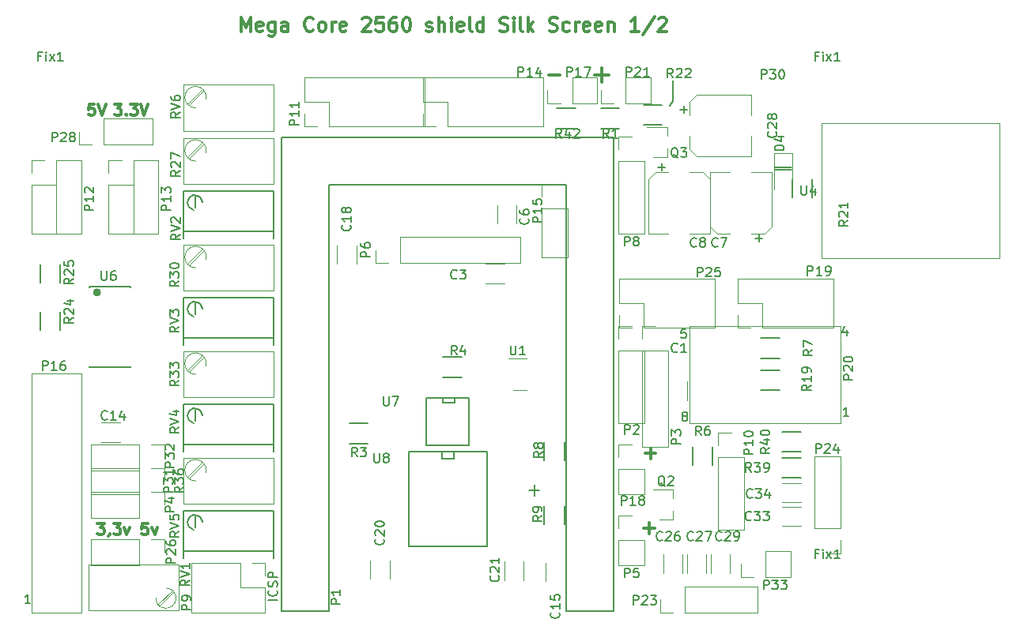
<source format=gbr>
G04 #@! TF.FileFunction,Legend,Top*
%FSLAX46Y46*%
G04 Gerber Fmt 4.6, Leading zero omitted, Abs format (unit mm)*
G04 Created by KiCad (PCBNEW 4.0.7) date 10/03/18 10:14:00*
%MOMM*%
%LPD*%
G01*
G04 APERTURE LIST*
%ADD10C,0.100000*%
%ADD11C,0.150000*%
%ADD12C,0.300000*%
%ADD13C,0.210000*%
%ADD14C,0.120000*%
%ADD15C,0.381000*%
%ADD16C,0.149860*%
%ADD17C,0.299720*%
G04 APERTURE END LIST*
D10*
D11*
X220949520Y-72674480D02*
X222727520Y-72674480D01*
X222727520Y-72928480D02*
X220949520Y-72928480D01*
X210027520Y-65562480D02*
X209646520Y-66070480D01*
X210027520Y-63403480D02*
X210027520Y-65562480D01*
D12*
X206916092Y-111389623D02*
X208058949Y-111389623D01*
X207487520Y-111961051D02*
X207487520Y-110818194D01*
X207043092Y-103388623D02*
X208185949Y-103388623D01*
X207614520Y-103960051D02*
X207614520Y-102817194D01*
D13*
X194597092Y-107325623D02*
X195739949Y-107325623D01*
X195168520Y-107897051D02*
X195168520Y-106754194D01*
D12*
X197898948Y-62788337D02*
X196756091Y-62788337D01*
X201645615Y-62784337D02*
X203169425Y-62784337D01*
X202407520Y-63546242D02*
X202407520Y-62022432D01*
D11*
X167680901Y-119108670D02*
X166680901Y-119108670D01*
X167585663Y-118061051D02*
X167633282Y-118108670D01*
X167680901Y-118251527D01*
X167680901Y-118346765D01*
X167633282Y-118489623D01*
X167538044Y-118584861D01*
X167442806Y-118632480D01*
X167252330Y-118680099D01*
X167109472Y-118680099D01*
X166918996Y-118632480D01*
X166823758Y-118584861D01*
X166728520Y-118489623D01*
X166680901Y-118346765D01*
X166680901Y-118251527D01*
X166728520Y-118108670D01*
X166776139Y-118061051D01*
X167633282Y-117680099D02*
X167680901Y-117537242D01*
X167680901Y-117299146D01*
X167633282Y-117203908D01*
X167585663Y-117156289D01*
X167490425Y-117108670D01*
X167395187Y-117108670D01*
X167299949Y-117156289D01*
X167252330Y-117203908D01*
X167204710Y-117299146D01*
X167157091Y-117489623D01*
X167109472Y-117584861D01*
X167061853Y-117632480D01*
X166966615Y-117680099D01*
X166871377Y-117680099D01*
X166776139Y-117632480D01*
X166728520Y-117584861D01*
X166680901Y-117489623D01*
X166680901Y-117251527D01*
X166728520Y-117108670D01*
X167680901Y-116680099D02*
X166680901Y-116680099D01*
X166680901Y-116299146D01*
X166728520Y-116203908D01*
X166776139Y-116156289D01*
X166871377Y-116108670D01*
X167014234Y-116108670D01*
X167109472Y-116156289D01*
X167157091Y-116203908D01*
X167204710Y-116299146D01*
X167204710Y-116680099D01*
D12*
X148407520Y-110879337D02*
X149150377Y-110879337D01*
X148750377Y-111336480D01*
X148921805Y-111336480D01*
X149036091Y-111393623D01*
X149093234Y-111450766D01*
X149150377Y-111565051D01*
X149150377Y-111850766D01*
X149093234Y-111965051D01*
X149036091Y-112022194D01*
X148921805Y-112079337D01*
X148578948Y-112079337D01*
X148464662Y-112022194D01*
X148407520Y-111965051D01*
X149721805Y-112022194D02*
X149721805Y-112079337D01*
X149664662Y-112193623D01*
X149607519Y-112250766D01*
X150121806Y-110879337D02*
X150864663Y-110879337D01*
X150464663Y-111336480D01*
X150636091Y-111336480D01*
X150750377Y-111393623D01*
X150807520Y-111450766D01*
X150864663Y-111565051D01*
X150864663Y-111850766D01*
X150807520Y-111965051D01*
X150750377Y-112022194D01*
X150636091Y-112079337D01*
X150293234Y-112079337D01*
X150178948Y-112022194D01*
X150121806Y-111965051D01*
X151264663Y-111279337D02*
X151550377Y-112079337D01*
X151836091Y-111279337D01*
X153778949Y-110879337D02*
X153207520Y-110879337D01*
X153150377Y-111450766D01*
X153207520Y-111393623D01*
X153321806Y-111336480D01*
X153607520Y-111336480D01*
X153721806Y-111393623D01*
X153778949Y-111450766D01*
X153836092Y-111565051D01*
X153836092Y-111850766D01*
X153778949Y-111965051D01*
X153721806Y-112022194D01*
X153607520Y-112079337D01*
X153321806Y-112079337D01*
X153207520Y-112022194D01*
X153150377Y-111965051D01*
X154236092Y-111279337D02*
X154521806Y-112079337D01*
X154807520Y-111279337D01*
X150217092Y-65921337D02*
X150959949Y-65921337D01*
X150559949Y-66378480D01*
X150731377Y-66378480D01*
X150845663Y-66435623D01*
X150902806Y-66492766D01*
X150959949Y-66607051D01*
X150959949Y-66892766D01*
X150902806Y-67007051D01*
X150845663Y-67064194D01*
X150731377Y-67121337D01*
X150388520Y-67121337D01*
X150274234Y-67064194D01*
X150217092Y-67007051D01*
X151474234Y-67007051D02*
X151531377Y-67064194D01*
X151474234Y-67121337D01*
X151417091Y-67064194D01*
X151474234Y-67007051D01*
X151474234Y-67121337D01*
X151931378Y-65921337D02*
X152674235Y-65921337D01*
X152274235Y-66378480D01*
X152445663Y-66378480D01*
X152559949Y-66435623D01*
X152617092Y-66492766D01*
X152674235Y-66607051D01*
X152674235Y-66892766D01*
X152617092Y-67007051D01*
X152559949Y-67064194D01*
X152445663Y-67121337D01*
X152102806Y-67121337D01*
X151988520Y-67064194D01*
X151931378Y-67007051D01*
X153017092Y-65921337D02*
X153417092Y-67121337D01*
X153817092Y-65921337D01*
X148076949Y-65921337D02*
X147505520Y-65921337D01*
X147448377Y-66492766D01*
X147505520Y-66435623D01*
X147619806Y-66378480D01*
X147905520Y-66378480D01*
X148019806Y-66435623D01*
X148076949Y-66492766D01*
X148134092Y-66607051D01*
X148134092Y-66892766D01*
X148076949Y-67007051D01*
X148019806Y-67064194D01*
X147905520Y-67121337D01*
X147619806Y-67121337D01*
X147505520Y-67064194D01*
X147448377Y-67007051D01*
X148476949Y-65921337D02*
X148876949Y-67121337D01*
X149276949Y-65921337D01*
X163782523Y-58113051D02*
X163782523Y-56613051D01*
X164282523Y-57684480D01*
X164782523Y-56613051D01*
X164782523Y-58113051D01*
X166068237Y-58041623D02*
X165925380Y-58113051D01*
X165639666Y-58113051D01*
X165496809Y-58041623D01*
X165425380Y-57898766D01*
X165425380Y-57327337D01*
X165496809Y-57184480D01*
X165639666Y-57113051D01*
X165925380Y-57113051D01*
X166068237Y-57184480D01*
X166139666Y-57327337D01*
X166139666Y-57470194D01*
X165425380Y-57613051D01*
X167425380Y-57113051D02*
X167425380Y-58327337D01*
X167353951Y-58470194D01*
X167282523Y-58541623D01*
X167139666Y-58613051D01*
X166925380Y-58613051D01*
X166782523Y-58541623D01*
X167425380Y-58041623D02*
X167282523Y-58113051D01*
X166996809Y-58113051D01*
X166853951Y-58041623D01*
X166782523Y-57970194D01*
X166711094Y-57827337D01*
X166711094Y-57398766D01*
X166782523Y-57255909D01*
X166853951Y-57184480D01*
X166996809Y-57113051D01*
X167282523Y-57113051D01*
X167425380Y-57184480D01*
X168782523Y-58113051D02*
X168782523Y-57327337D01*
X168711094Y-57184480D01*
X168568237Y-57113051D01*
X168282523Y-57113051D01*
X168139666Y-57184480D01*
X168782523Y-58041623D02*
X168639666Y-58113051D01*
X168282523Y-58113051D01*
X168139666Y-58041623D01*
X168068237Y-57898766D01*
X168068237Y-57755909D01*
X168139666Y-57613051D01*
X168282523Y-57541623D01*
X168639666Y-57541623D01*
X168782523Y-57470194D01*
X171496809Y-57970194D02*
X171425380Y-58041623D01*
X171211094Y-58113051D01*
X171068237Y-58113051D01*
X170853952Y-58041623D01*
X170711094Y-57898766D01*
X170639666Y-57755909D01*
X170568237Y-57470194D01*
X170568237Y-57255909D01*
X170639666Y-56970194D01*
X170711094Y-56827337D01*
X170853952Y-56684480D01*
X171068237Y-56613051D01*
X171211094Y-56613051D01*
X171425380Y-56684480D01*
X171496809Y-56755909D01*
X172353952Y-58113051D02*
X172211094Y-58041623D01*
X172139666Y-57970194D01*
X172068237Y-57827337D01*
X172068237Y-57398766D01*
X172139666Y-57255909D01*
X172211094Y-57184480D01*
X172353952Y-57113051D01*
X172568237Y-57113051D01*
X172711094Y-57184480D01*
X172782523Y-57255909D01*
X172853952Y-57398766D01*
X172853952Y-57827337D01*
X172782523Y-57970194D01*
X172711094Y-58041623D01*
X172568237Y-58113051D01*
X172353952Y-58113051D01*
X173496809Y-58113051D02*
X173496809Y-57113051D01*
X173496809Y-57398766D02*
X173568237Y-57255909D01*
X173639666Y-57184480D01*
X173782523Y-57113051D01*
X173925380Y-57113051D01*
X174996808Y-58041623D02*
X174853951Y-58113051D01*
X174568237Y-58113051D01*
X174425380Y-58041623D01*
X174353951Y-57898766D01*
X174353951Y-57327337D01*
X174425380Y-57184480D01*
X174568237Y-57113051D01*
X174853951Y-57113051D01*
X174996808Y-57184480D01*
X175068237Y-57327337D01*
X175068237Y-57470194D01*
X174353951Y-57613051D01*
X176782522Y-56755909D02*
X176853951Y-56684480D01*
X176996808Y-56613051D01*
X177353951Y-56613051D01*
X177496808Y-56684480D01*
X177568237Y-56755909D01*
X177639665Y-56898766D01*
X177639665Y-57041623D01*
X177568237Y-57255909D01*
X176711094Y-58113051D01*
X177639665Y-58113051D01*
X178996808Y-56613051D02*
X178282522Y-56613051D01*
X178211093Y-57327337D01*
X178282522Y-57255909D01*
X178425379Y-57184480D01*
X178782522Y-57184480D01*
X178925379Y-57255909D01*
X178996808Y-57327337D01*
X179068236Y-57470194D01*
X179068236Y-57827337D01*
X178996808Y-57970194D01*
X178925379Y-58041623D01*
X178782522Y-58113051D01*
X178425379Y-58113051D01*
X178282522Y-58041623D01*
X178211093Y-57970194D01*
X180353950Y-56613051D02*
X180068236Y-56613051D01*
X179925379Y-56684480D01*
X179853950Y-56755909D01*
X179711093Y-56970194D01*
X179639664Y-57255909D01*
X179639664Y-57827337D01*
X179711093Y-57970194D01*
X179782521Y-58041623D01*
X179925379Y-58113051D01*
X180211093Y-58113051D01*
X180353950Y-58041623D01*
X180425379Y-57970194D01*
X180496807Y-57827337D01*
X180496807Y-57470194D01*
X180425379Y-57327337D01*
X180353950Y-57255909D01*
X180211093Y-57184480D01*
X179925379Y-57184480D01*
X179782521Y-57255909D01*
X179711093Y-57327337D01*
X179639664Y-57470194D01*
X181425378Y-56613051D02*
X181568235Y-56613051D01*
X181711092Y-56684480D01*
X181782521Y-56755909D01*
X181853950Y-56898766D01*
X181925378Y-57184480D01*
X181925378Y-57541623D01*
X181853950Y-57827337D01*
X181782521Y-57970194D01*
X181711092Y-58041623D01*
X181568235Y-58113051D01*
X181425378Y-58113051D01*
X181282521Y-58041623D01*
X181211092Y-57970194D01*
X181139664Y-57827337D01*
X181068235Y-57541623D01*
X181068235Y-57184480D01*
X181139664Y-56898766D01*
X181211092Y-56755909D01*
X181282521Y-56684480D01*
X181425378Y-56613051D01*
X183639663Y-58041623D02*
X183782520Y-58113051D01*
X184068235Y-58113051D01*
X184211092Y-58041623D01*
X184282520Y-57898766D01*
X184282520Y-57827337D01*
X184211092Y-57684480D01*
X184068235Y-57613051D01*
X183853949Y-57613051D01*
X183711092Y-57541623D01*
X183639663Y-57398766D01*
X183639663Y-57327337D01*
X183711092Y-57184480D01*
X183853949Y-57113051D01*
X184068235Y-57113051D01*
X184211092Y-57184480D01*
X184925378Y-58113051D02*
X184925378Y-56613051D01*
X185568235Y-58113051D02*
X185568235Y-57327337D01*
X185496806Y-57184480D01*
X185353949Y-57113051D01*
X185139664Y-57113051D01*
X184996806Y-57184480D01*
X184925378Y-57255909D01*
X186282521Y-58113051D02*
X186282521Y-57113051D01*
X186282521Y-56613051D02*
X186211092Y-56684480D01*
X186282521Y-56755909D01*
X186353949Y-56684480D01*
X186282521Y-56613051D01*
X186282521Y-56755909D01*
X187568235Y-58041623D02*
X187425378Y-58113051D01*
X187139664Y-58113051D01*
X186996807Y-58041623D01*
X186925378Y-57898766D01*
X186925378Y-57327337D01*
X186996807Y-57184480D01*
X187139664Y-57113051D01*
X187425378Y-57113051D01*
X187568235Y-57184480D01*
X187639664Y-57327337D01*
X187639664Y-57470194D01*
X186925378Y-57613051D01*
X188496807Y-58113051D02*
X188353949Y-58041623D01*
X188282521Y-57898766D01*
X188282521Y-56613051D01*
X189711092Y-58113051D02*
X189711092Y-56613051D01*
X189711092Y-58041623D02*
X189568235Y-58113051D01*
X189282521Y-58113051D01*
X189139663Y-58041623D01*
X189068235Y-57970194D01*
X188996806Y-57827337D01*
X188996806Y-57398766D01*
X189068235Y-57255909D01*
X189139663Y-57184480D01*
X189282521Y-57113051D01*
X189568235Y-57113051D01*
X189711092Y-57184480D01*
X191496806Y-58041623D02*
X191711092Y-58113051D01*
X192068235Y-58113051D01*
X192211092Y-58041623D01*
X192282521Y-57970194D01*
X192353949Y-57827337D01*
X192353949Y-57684480D01*
X192282521Y-57541623D01*
X192211092Y-57470194D01*
X192068235Y-57398766D01*
X191782521Y-57327337D01*
X191639663Y-57255909D01*
X191568235Y-57184480D01*
X191496806Y-57041623D01*
X191496806Y-56898766D01*
X191568235Y-56755909D01*
X191639663Y-56684480D01*
X191782521Y-56613051D01*
X192139663Y-56613051D01*
X192353949Y-56684480D01*
X192996806Y-58113051D02*
X192996806Y-57113051D01*
X192996806Y-56613051D02*
X192925377Y-56684480D01*
X192996806Y-56755909D01*
X193068234Y-56684480D01*
X192996806Y-56613051D01*
X192996806Y-56755909D01*
X193925378Y-58113051D02*
X193782520Y-58041623D01*
X193711092Y-57898766D01*
X193711092Y-56613051D01*
X194496806Y-58113051D02*
X194496806Y-56613051D01*
X194639663Y-57541623D02*
X195068234Y-58113051D01*
X195068234Y-57113051D02*
X194496806Y-57684480D01*
X196782520Y-58041623D02*
X196996806Y-58113051D01*
X197353949Y-58113051D01*
X197496806Y-58041623D01*
X197568235Y-57970194D01*
X197639663Y-57827337D01*
X197639663Y-57684480D01*
X197568235Y-57541623D01*
X197496806Y-57470194D01*
X197353949Y-57398766D01*
X197068235Y-57327337D01*
X196925377Y-57255909D01*
X196853949Y-57184480D01*
X196782520Y-57041623D01*
X196782520Y-56898766D01*
X196853949Y-56755909D01*
X196925377Y-56684480D01*
X197068235Y-56613051D01*
X197425377Y-56613051D01*
X197639663Y-56684480D01*
X198925377Y-58041623D02*
X198782520Y-58113051D01*
X198496806Y-58113051D01*
X198353948Y-58041623D01*
X198282520Y-57970194D01*
X198211091Y-57827337D01*
X198211091Y-57398766D01*
X198282520Y-57255909D01*
X198353948Y-57184480D01*
X198496806Y-57113051D01*
X198782520Y-57113051D01*
X198925377Y-57184480D01*
X199568234Y-58113051D02*
X199568234Y-57113051D01*
X199568234Y-57398766D02*
X199639662Y-57255909D01*
X199711091Y-57184480D01*
X199853948Y-57113051D01*
X199996805Y-57113051D01*
X201068233Y-58041623D02*
X200925376Y-58113051D01*
X200639662Y-58113051D01*
X200496805Y-58041623D01*
X200425376Y-57898766D01*
X200425376Y-57327337D01*
X200496805Y-57184480D01*
X200639662Y-57113051D01*
X200925376Y-57113051D01*
X201068233Y-57184480D01*
X201139662Y-57327337D01*
X201139662Y-57470194D01*
X200425376Y-57613051D01*
X202353947Y-58041623D02*
X202211090Y-58113051D01*
X201925376Y-58113051D01*
X201782519Y-58041623D01*
X201711090Y-57898766D01*
X201711090Y-57327337D01*
X201782519Y-57184480D01*
X201925376Y-57113051D01*
X202211090Y-57113051D01*
X202353947Y-57184480D01*
X202425376Y-57327337D01*
X202425376Y-57470194D01*
X201711090Y-57613051D01*
X203068233Y-57113051D02*
X203068233Y-58113051D01*
X203068233Y-57255909D02*
X203139661Y-57184480D01*
X203282519Y-57113051D01*
X203496804Y-57113051D01*
X203639661Y-57184480D01*
X203711090Y-57327337D01*
X203711090Y-58113051D01*
X206353947Y-58113051D02*
X205496804Y-58113051D01*
X205925376Y-58113051D02*
X205925376Y-56613051D01*
X205782519Y-56827337D01*
X205639661Y-56970194D01*
X205496804Y-57041623D01*
X208068232Y-56541623D02*
X206782518Y-58470194D01*
X208496804Y-56755909D02*
X208568233Y-56684480D01*
X208711090Y-56613051D01*
X209068233Y-56613051D01*
X209211090Y-56684480D01*
X209282519Y-56755909D01*
X209353947Y-56898766D01*
X209353947Y-57041623D01*
X209282519Y-57255909D01*
X208425376Y-58113051D01*
X209353947Y-58113051D01*
D11*
X222795520Y-75960480D02*
X222795520Y-73960480D01*
X224945520Y-73960480D02*
X224945520Y-75960480D01*
D10*
X154655520Y-118838980D02*
G75*
G03X155671520Y-119981980I1079500J-63500D01*
G01*
X156814520Y-118965980D02*
G75*
G03X155798520Y-117822980I-1079500J63500D01*
G01*
X155671520Y-119981980D02*
G75*
G03X156814520Y-118965980I63500J1079500D01*
G01*
D14*
X157067520Y-120229480D02*
X147417520Y-120229480D01*
X157067520Y-115278480D02*
X147417520Y-115278480D01*
X157067520Y-120229480D02*
X157067520Y-115278480D01*
X147417520Y-120229480D02*
X147417520Y-115278480D01*
X154856520Y-119629480D02*
X156467520Y-118019480D01*
X154996520Y-119770480D02*
X156608520Y-118160480D01*
X206732520Y-92359480D02*
X206732520Y-102639480D01*
X206732520Y-102639480D02*
X209512520Y-102639480D01*
X209512520Y-102639480D02*
X209512520Y-92359480D01*
X209512520Y-92359480D02*
X206732520Y-92359480D01*
X206732520Y-91089480D02*
X206732520Y-89699480D01*
X206732520Y-89699480D02*
X208122520Y-89699480D01*
D11*
X203677520Y-120299480D02*
X198597520Y-120299480D01*
X168117520Y-69499480D02*
X168117520Y-120299480D01*
X173197520Y-74579480D02*
X173197520Y-120299480D01*
X168117520Y-120299480D02*
X173197520Y-120299480D01*
X203677520Y-120299480D02*
X203677520Y-69499480D01*
X203677520Y-69499480D02*
X168117520Y-69499480D01*
X173197520Y-74579480D02*
X198597520Y-74579480D01*
X198597520Y-74579480D02*
X198597520Y-120299480D01*
D14*
X225902520Y-67975480D02*
X225902520Y-82453480D01*
X225902520Y-82453480D02*
X244952520Y-82453480D01*
X244952520Y-82453480D02*
X244952520Y-67975480D01*
X244952520Y-67975480D02*
X225902520Y-67975480D01*
D11*
X208868520Y-68161480D02*
X206868520Y-68161480D01*
X206868520Y-66011480D02*
X208868520Y-66011480D01*
D14*
X222838520Y-71186480D02*
X220838520Y-71186480D01*
X220838520Y-71186480D02*
X220838520Y-75086480D01*
X222838520Y-71186480D02*
X222838520Y-75086480D01*
X195937520Y-77119480D02*
X195937520Y-82319480D01*
X195937520Y-82319480D02*
X198717520Y-82319480D01*
X198717520Y-82319480D02*
X198717520Y-77119480D01*
X198717520Y-77119480D02*
X195937520Y-77119480D01*
X195937520Y-75849480D02*
X195937520Y-74459480D01*
X195937520Y-74459480D02*
X197327520Y-74459480D01*
X204192520Y-72039480D02*
X204192520Y-79779480D01*
X204192520Y-79779480D02*
X206972520Y-79779480D01*
X206972520Y-79779480D02*
X206972520Y-72039480D01*
X206972520Y-72039480D02*
X204192520Y-72039480D01*
X204192520Y-70769480D02*
X204192520Y-69379480D01*
X204192520Y-69379480D02*
X205582520Y-69379480D01*
X210025520Y-110449480D02*
X210025520Y-109519480D01*
X210025520Y-107289480D02*
X210025520Y-108219480D01*
X210025520Y-107289480D02*
X207865520Y-107289480D01*
X210025520Y-110449480D02*
X208565520Y-110449480D01*
D11*
X219441520Y-91030480D02*
X221441520Y-91030480D01*
X221441520Y-93180480D02*
X219441520Y-93180480D01*
X219441520Y-94459480D02*
X221441520Y-94459480D01*
X221441520Y-96609480D02*
X219441520Y-96609480D01*
D14*
X219933520Y-116609480D02*
X222593520Y-116609480D01*
X222593520Y-116609480D02*
X222593520Y-113829480D01*
X222593520Y-113829480D02*
X219933520Y-113829480D01*
X219933520Y-113829480D02*
X219933520Y-116609480D01*
X218663520Y-116609480D02*
X217273520Y-116609480D01*
X217273520Y-116609480D02*
X217273520Y-115219480D01*
X209510520Y-95677480D02*
X209510520Y-97677480D01*
X211560520Y-97677480D02*
X211560520Y-95677480D01*
D11*
X199597520Y-68542480D02*
X197597520Y-68542480D01*
X197597520Y-66392480D02*
X199597520Y-66392480D01*
D14*
X221727520Y-111164480D02*
X223727520Y-111164480D01*
X223727520Y-109114480D02*
X221727520Y-109114480D01*
X221727520Y-108624480D02*
X223727520Y-108624480D01*
X223727520Y-106574480D02*
X221727520Y-106574480D01*
D11*
X223727520Y-106007480D02*
X221727520Y-106007480D01*
X221727520Y-103857480D02*
X223727520Y-103857480D01*
X223727520Y-103213480D02*
X221727520Y-103213480D01*
X221727520Y-101063480D02*
X223727520Y-101063480D01*
D14*
X227927520Y-111409480D02*
X227927520Y-103669480D01*
X227927520Y-103669480D02*
X225147520Y-103669480D01*
X225147520Y-103669480D02*
X225147520Y-111409480D01*
X225147520Y-111409480D02*
X227927520Y-111409480D01*
X227927520Y-112679480D02*
X227927520Y-114069480D01*
X227927520Y-114069480D02*
X226537520Y-114069480D01*
X211297520Y-120419480D02*
X219037520Y-120419480D01*
X219037520Y-120419480D02*
X219037520Y-117639480D01*
X219037520Y-117639480D02*
X211297520Y-117639480D01*
X211297520Y-117639480D02*
X211297520Y-120419480D01*
X210027520Y-120419480D02*
X208637520Y-120419480D01*
X208637520Y-120419480D02*
X208637520Y-119029480D01*
X214082520Y-114219480D02*
X214082520Y-116219480D01*
X216132520Y-116219480D02*
X216132520Y-114219480D01*
X211542520Y-114219480D02*
X211542520Y-116219480D01*
X213592520Y-116219480D02*
X213592520Y-114219480D01*
X209002520Y-114219480D02*
X209002520Y-116219480D01*
X211052520Y-116219480D02*
X211052520Y-114219480D01*
X204192520Y-112679480D02*
X204192520Y-115339480D01*
X204192520Y-115339480D02*
X206972520Y-115339480D01*
X206972520Y-115339480D02*
X206972520Y-112679480D01*
X206972520Y-112679480D02*
X204192520Y-112679480D01*
X204192520Y-111409480D02*
X204192520Y-110019480D01*
X204192520Y-110019480D02*
X205582520Y-110019480D01*
D11*
X214277520Y-102662480D02*
X214277520Y-104662480D01*
X212127520Y-104662480D02*
X212127520Y-102662480D01*
D14*
X214860520Y-103789480D02*
X214860520Y-111529480D01*
X214860520Y-111529480D02*
X217640520Y-111529480D01*
X217640520Y-111529480D02*
X217640520Y-103789480D01*
X217640520Y-103789480D02*
X214860520Y-103789480D01*
X214860520Y-102519480D02*
X214860520Y-101129480D01*
X214860520Y-101129480D02*
X216250520Y-101129480D01*
X204192520Y-105059480D02*
X204192520Y-107719480D01*
X204192520Y-107719480D02*
X206972520Y-107719480D01*
X206972520Y-107719480D02*
X206972520Y-105059480D01*
X206972520Y-105059480D02*
X204192520Y-105059480D01*
X204192520Y-103789480D02*
X204192520Y-102399480D01*
X204192520Y-102399480D02*
X205582520Y-102399480D01*
X204192520Y-92359480D02*
X204192520Y-100099480D01*
X204192520Y-100099480D02*
X206972520Y-100099480D01*
X206972520Y-100099480D02*
X206972520Y-92359480D01*
X206972520Y-92359480D02*
X204192520Y-92359480D01*
X204192520Y-91089480D02*
X204192520Y-89699480D01*
X204192520Y-89699480D02*
X205582520Y-89699480D01*
X214586820Y-100119180D02*
X227934520Y-100121720D01*
X214589360Y-89712800D02*
X227929440Y-89712800D01*
X211812520Y-100112180D02*
X214599520Y-100119180D01*
X211805520Y-97071180D02*
X211812520Y-100112180D01*
X211812520Y-89712180D02*
X214592520Y-89712180D01*
X211812520Y-97452180D02*
X211812520Y-89712180D01*
X211812520Y-97452180D02*
X211812520Y-89712180D01*
X211812520Y-89712180D02*
X214592520Y-89712180D01*
X227927520Y-89712180D02*
X227934520Y-100119180D01*
X211805520Y-97071180D02*
X211812520Y-100112180D01*
X211812520Y-100112180D02*
X214599520Y-100119180D01*
D11*
X204296520Y-68542480D02*
X202296520Y-68542480D01*
X202296520Y-66392480D02*
X204296520Y-66392480D01*
D14*
X204947520Y-65809480D02*
X207607520Y-65809480D01*
X207607520Y-65809480D02*
X207607520Y-63029480D01*
X207607520Y-63029480D02*
X204947520Y-63029480D01*
X204947520Y-63029480D02*
X204947520Y-65809480D01*
X203677520Y-65809480D02*
X202287520Y-65809480D01*
X202287520Y-65809480D02*
X202287520Y-64419480D01*
X199232520Y-65809480D02*
X201892520Y-65809480D01*
X201892520Y-65809480D02*
X201892520Y-63029480D01*
X201892520Y-63029480D02*
X199232520Y-63029480D01*
X199232520Y-63029480D02*
X199232520Y-65809480D01*
X197962520Y-65809480D02*
X196572520Y-65809480D01*
X196572520Y-65809480D02*
X196572520Y-64419480D01*
X180817520Y-82954480D02*
X193637520Y-82954480D01*
X193637520Y-82954480D02*
X193637520Y-80174480D01*
X193637520Y-80174480D02*
X180817520Y-80174480D01*
X180817520Y-80174480D02*
X180817520Y-82954480D01*
X179547520Y-82954480D02*
X178157520Y-82954480D01*
X178157520Y-82954480D02*
X178157520Y-81564480D01*
X198479520Y-117108480D02*
X198479520Y-115108480D01*
X196429520Y-115108480D02*
X196429520Y-117108480D01*
X191984520Y-114981480D02*
X191984520Y-116981480D01*
X194034520Y-116981480D02*
X194034520Y-114981480D01*
X177633520Y-114854480D02*
X177633520Y-116854480D01*
X179683520Y-116854480D02*
X179683520Y-114854480D01*
D11*
X181706520Y-113314480D02*
X181706520Y-103154480D01*
X181706520Y-103154480D02*
X190088520Y-103154480D01*
X190088520Y-103154480D02*
X190088520Y-113314480D01*
X190088520Y-113314480D02*
X181706520Y-113314480D01*
X186532520Y-103154480D02*
X186532520Y-103916480D01*
X186532520Y-103916480D02*
X185262520Y-103916480D01*
X185262520Y-103916480D02*
X185262520Y-103154480D01*
X198402520Y-109012480D02*
X198402520Y-111012480D01*
X196252520Y-111012480D02*
X196252520Y-109012480D01*
X198402520Y-102154480D02*
X198402520Y-104154480D01*
X196252520Y-104154480D02*
X196252520Y-102154480D01*
X175372520Y-100174480D02*
X177372520Y-100174480D01*
X177372520Y-102324480D02*
X175372520Y-102324480D01*
X188183520Y-97439480D02*
X188183520Y-102519480D01*
X188183520Y-102519480D02*
X183611520Y-102519480D01*
X183611520Y-102519480D02*
X183611520Y-97439480D01*
X183611520Y-97439480D02*
X188183520Y-97439480D01*
X186659520Y-97439480D02*
X186659520Y-97947480D01*
X186659520Y-97947480D02*
X185389520Y-97947480D01*
X185389520Y-97947480D02*
X185389520Y-97439480D01*
D14*
X194344520Y-93239480D02*
X192444520Y-93239480D01*
X192944520Y-96559480D02*
X194344520Y-96559480D01*
D11*
X185405520Y-93062480D02*
X187405520Y-93062480D01*
X187405520Y-95212480D02*
X185405520Y-95212480D01*
D14*
X149067520Y-70254480D02*
X154267520Y-70254480D01*
X154267520Y-70254480D02*
X154267520Y-67474480D01*
X154267520Y-67474480D02*
X149067520Y-67474480D01*
X149067520Y-67474480D02*
X149067520Y-70254480D01*
X147797520Y-70254480D02*
X146407520Y-70254480D01*
X146407520Y-70254480D02*
X146407520Y-68864480D01*
X152242520Y-74579480D02*
X152242520Y-79786480D01*
X149582520Y-74579480D02*
X149582520Y-79779480D01*
X149582520Y-79779480D02*
X154902520Y-79779480D01*
X154902520Y-79779480D02*
X154902520Y-71919480D01*
X154902520Y-71919480D02*
X152242520Y-71919480D01*
X152242520Y-71919480D02*
X152242520Y-74579480D01*
X152242520Y-74579480D02*
X149582520Y-74579480D01*
X149582520Y-73309480D02*
X149582520Y-71919480D01*
X149582520Y-71919480D02*
X150972520Y-71919480D01*
X143987520Y-74579480D02*
X143987520Y-79786480D01*
X141327520Y-74579480D02*
X141327520Y-79779480D01*
X141327520Y-79779480D02*
X146647520Y-79779480D01*
X146647520Y-79779480D02*
X146647520Y-71919480D01*
X146647520Y-71919480D02*
X143987520Y-71919480D01*
X143987520Y-71919480D02*
X143987520Y-74579480D01*
X143987520Y-74579480D02*
X141327520Y-74579480D01*
X141327520Y-73309480D02*
X141327520Y-71919480D01*
X141327520Y-71919480D02*
X142717520Y-71919480D01*
D11*
X144427520Y-83104480D02*
X144427520Y-85104480D01*
X142277520Y-85104480D02*
X142277520Y-83104480D01*
X144427520Y-88184480D02*
X144427520Y-90184480D01*
X142277520Y-90184480D02*
X142277520Y-88184480D01*
D14*
X146647520Y-117759480D02*
X146647520Y-94779480D01*
X146647520Y-94779480D02*
X141327520Y-94779480D01*
X141327520Y-94779480D02*
X141327520Y-120419480D01*
X141327520Y-120419480D02*
X143987520Y-120419480D01*
X146647520Y-120419480D02*
X146647520Y-117759480D01*
X143987520Y-120419480D02*
X146647520Y-120419480D01*
X146647520Y-119029480D02*
X146647520Y-120419480D01*
X146647520Y-120419480D02*
X145257520Y-120419480D01*
X148829520Y-102147480D02*
X150829520Y-102147480D01*
X150829520Y-100097480D02*
X148829520Y-100097480D01*
X152877520Y-102399480D02*
X147677520Y-102399480D01*
X147677520Y-102399480D02*
X147677520Y-105179480D01*
X147677520Y-105179480D02*
X152877520Y-105179480D01*
X152877520Y-105179480D02*
X152877520Y-102399480D01*
X154147520Y-102399480D02*
X155537520Y-102399480D01*
X155537520Y-102399480D02*
X155537520Y-103789480D01*
X152877520Y-104939480D02*
X147677520Y-104939480D01*
X147677520Y-104939480D02*
X147677520Y-107719480D01*
X147677520Y-107719480D02*
X152877520Y-107719480D01*
X152877520Y-107719480D02*
X152877520Y-104939480D01*
X154147520Y-104939480D02*
X155537520Y-104939480D01*
X155537520Y-104939480D02*
X155537520Y-106329480D01*
X152877520Y-107479480D02*
X147677520Y-107479480D01*
X147677520Y-107479480D02*
X147677520Y-110259480D01*
X147677520Y-110259480D02*
X152877520Y-110259480D01*
X152877520Y-110259480D02*
X152877520Y-107479480D01*
X154147520Y-107479480D02*
X155537520Y-107479480D01*
X155537520Y-107479480D02*
X155537520Y-108869480D01*
X152877520Y-112559480D02*
X147677520Y-112559480D01*
X147677520Y-112559480D02*
X147677520Y-115339480D01*
X147677520Y-115339480D02*
X152877520Y-115339480D01*
X152877520Y-115339480D02*
X152877520Y-112559480D01*
X154147520Y-112559480D02*
X155537520Y-112559480D01*
X155537520Y-112559480D02*
X155537520Y-113949480D01*
X163672520Y-115099480D02*
X158472520Y-115099480D01*
X158472520Y-115099480D02*
X158472520Y-120419480D01*
X158472520Y-120419480D02*
X166332520Y-120419480D01*
X166332520Y-120419480D02*
X166332520Y-117759480D01*
X166332520Y-117759480D02*
X163672520Y-117759480D01*
X163672520Y-117759480D02*
X163672520Y-115099480D01*
X164942520Y-115099480D02*
X166332520Y-115099480D01*
X166332520Y-115099480D02*
X166332520Y-116489480D01*
D11*
X158846520Y-110012480D02*
X158846520Y-111282480D01*
X159633920Y-110761780D02*
X159595820Y-110507780D01*
X159595820Y-110507780D02*
X159418020Y-110228380D01*
X159418020Y-110228380D02*
X159100520Y-110012480D01*
X159100520Y-110012480D02*
X158656020Y-109999780D01*
X158656020Y-109999780D02*
X158300420Y-110202980D01*
X158300420Y-110202980D02*
X158122620Y-110495080D01*
X158122620Y-110495080D02*
X158071820Y-110812580D01*
X158071820Y-110812580D02*
X158173420Y-111218980D01*
X158173420Y-111218980D02*
X158516320Y-111472980D01*
X158516320Y-111472980D02*
X158694120Y-111561880D01*
X167228520Y-113822480D02*
X157576520Y-113822480D01*
X157576520Y-110774480D02*
X157576520Y-109504480D01*
X157576520Y-109504480D02*
X167228520Y-109504480D01*
X167228520Y-109504480D02*
X167228520Y-114584480D01*
X157576520Y-114584480D02*
X157576520Y-112044480D01*
X157576520Y-112044480D02*
X157576520Y-110774480D01*
D14*
X158947829Y-106333776D02*
G75*
G02X158907520Y-104024480I-40309J1154296D01*
G01*
X158887399Y-104025428D02*
G75*
G02X160036520Y-105419480I20121J-1154052D01*
G01*
X167227520Y-108799480D02*
X157577520Y-108799480D01*
X167227520Y-103848480D02*
X157577520Y-103848480D01*
X167227520Y-108799480D02*
X167227520Y-103848480D01*
X157577520Y-108799480D02*
X157577520Y-103848480D01*
X158031520Y-105913480D02*
X159642520Y-104303480D01*
X158171520Y-106054480D02*
X159783520Y-104444480D01*
D11*
X158846520Y-98582480D02*
X158846520Y-99852480D01*
X159633920Y-99331780D02*
X159595820Y-99077780D01*
X159595820Y-99077780D02*
X159418020Y-98798380D01*
X159418020Y-98798380D02*
X159100520Y-98582480D01*
X159100520Y-98582480D02*
X158656020Y-98569780D01*
X158656020Y-98569780D02*
X158300420Y-98772980D01*
X158300420Y-98772980D02*
X158122620Y-99065080D01*
X158122620Y-99065080D02*
X158071820Y-99382580D01*
X158071820Y-99382580D02*
X158173420Y-99788980D01*
X158173420Y-99788980D02*
X158516320Y-100042980D01*
X158516320Y-100042980D02*
X158694120Y-100131880D01*
X167228520Y-102392480D02*
X157576520Y-102392480D01*
X157576520Y-99344480D02*
X157576520Y-98074480D01*
X157576520Y-98074480D02*
X167228520Y-98074480D01*
X167228520Y-98074480D02*
X167228520Y-103154480D01*
X157576520Y-103154480D02*
X157576520Y-100614480D01*
X157576520Y-100614480D02*
X157576520Y-99344480D01*
D14*
X158947829Y-94903776D02*
G75*
G02X158907520Y-92594480I-40309J1154296D01*
G01*
X158887399Y-92595428D02*
G75*
G02X160036520Y-93989480I20121J-1154052D01*
G01*
X167227520Y-97369480D02*
X157577520Y-97369480D01*
X167227520Y-92418480D02*
X157577520Y-92418480D01*
X167227520Y-97369480D02*
X167227520Y-92418480D01*
X157577520Y-97369480D02*
X157577520Y-92418480D01*
X158031520Y-94483480D02*
X159642520Y-92873480D01*
X158171520Y-94624480D02*
X159783520Y-93014480D01*
D11*
X158846520Y-87152480D02*
X158846520Y-88422480D01*
X159633920Y-87901780D02*
X159595820Y-87647780D01*
X159595820Y-87647780D02*
X159418020Y-87368380D01*
X159418020Y-87368380D02*
X159100520Y-87152480D01*
X159100520Y-87152480D02*
X158656020Y-87139780D01*
X158656020Y-87139780D02*
X158300420Y-87342980D01*
X158300420Y-87342980D02*
X158122620Y-87635080D01*
X158122620Y-87635080D02*
X158071820Y-87952580D01*
X158071820Y-87952580D02*
X158173420Y-88358980D01*
X158173420Y-88358980D02*
X158516320Y-88612980D01*
X158516320Y-88612980D02*
X158694120Y-88701880D01*
X167228520Y-90962480D02*
X157576520Y-90962480D01*
X157576520Y-87914480D02*
X157576520Y-86644480D01*
X157576520Y-86644480D02*
X167228520Y-86644480D01*
X167228520Y-86644480D02*
X167228520Y-91724480D01*
X157576520Y-91724480D02*
X157576520Y-89184480D01*
X157576520Y-89184480D02*
X157576520Y-87914480D01*
D14*
X158947829Y-83473776D02*
G75*
G02X158907520Y-81164480I-40309J1154296D01*
G01*
X158887399Y-81165428D02*
G75*
G02X160036520Y-82559480I20121J-1154052D01*
G01*
X167227520Y-85939480D02*
X157577520Y-85939480D01*
X167227520Y-80988480D02*
X157577520Y-80988480D01*
X167227520Y-85939480D02*
X167227520Y-80988480D01*
X157577520Y-85939480D02*
X157577520Y-80988480D01*
X158031520Y-83053480D02*
X159642520Y-81443480D01*
X158171520Y-83194480D02*
X159783520Y-81584480D01*
X158947829Y-72043776D02*
G75*
G02X158907520Y-69734480I-40309J1154296D01*
G01*
X158887399Y-69735428D02*
G75*
G02X160036520Y-71129480I20121J-1154052D01*
G01*
X167227520Y-74509480D02*
X157577520Y-74509480D01*
X167227520Y-69558480D02*
X157577520Y-69558480D01*
X167227520Y-74509480D02*
X167227520Y-69558480D01*
X157577520Y-74509480D02*
X157577520Y-69558480D01*
X158031520Y-71623480D02*
X159642520Y-70013480D01*
X158171520Y-71764480D02*
X159783520Y-70154480D01*
D11*
X158846520Y-75722480D02*
X158846520Y-76992480D01*
X159633920Y-76471780D02*
X159595820Y-76217780D01*
X159595820Y-76217780D02*
X159418020Y-75938380D01*
X159418020Y-75938380D02*
X159100520Y-75722480D01*
X159100520Y-75722480D02*
X158656020Y-75709780D01*
X158656020Y-75709780D02*
X158300420Y-75912980D01*
X158300420Y-75912980D02*
X158122620Y-76205080D01*
X158122620Y-76205080D02*
X158071820Y-76522580D01*
X158071820Y-76522580D02*
X158173420Y-76928980D01*
X158173420Y-76928980D02*
X158516320Y-77182980D01*
X158516320Y-77182980D02*
X158694120Y-77271880D01*
X167228520Y-79532480D02*
X157576520Y-79532480D01*
X157576520Y-76484480D02*
X157576520Y-75214480D01*
X157576520Y-75214480D02*
X167228520Y-75214480D01*
X167228520Y-75214480D02*
X167228520Y-80294480D01*
X157576520Y-80294480D02*
X157576520Y-77754480D01*
X157576520Y-77754480D02*
X157576520Y-76484480D01*
D14*
X158947829Y-66328776D02*
G75*
G02X158907520Y-64019480I-40309J1154296D01*
G01*
X158887399Y-64020428D02*
G75*
G02X160036520Y-65414480I20121J-1154052D01*
G01*
X167227520Y-68794480D02*
X157577520Y-68794480D01*
X167227520Y-63843480D02*
X157577520Y-63843480D01*
X167227520Y-68794480D02*
X167227520Y-63843480D01*
X157577520Y-68794480D02*
X157577520Y-63843480D01*
X158031520Y-65908480D02*
X159642520Y-64298480D01*
X158171520Y-66049480D02*
X159783520Y-64439480D01*
X174077520Y-81072480D02*
X174077520Y-83072480D01*
X176127520Y-83072480D02*
X176127520Y-81072480D01*
X189977520Y-85129480D02*
X191977520Y-85129480D01*
X191977520Y-83079480D02*
X189977520Y-83079480D01*
X206852520Y-89879480D02*
X214532520Y-89879480D01*
X214532520Y-89879480D02*
X214532520Y-84679480D01*
X214532520Y-84679480D02*
X204252520Y-84679480D01*
X204252520Y-84679480D02*
X204252520Y-87279480D01*
X204252520Y-87279480D02*
X206852520Y-87279480D01*
X206852520Y-87279480D02*
X206852520Y-89879480D01*
X205582520Y-89879480D02*
X204252520Y-89879480D01*
X204252520Y-89879480D02*
X204252520Y-88549480D01*
X173197520Y-68289480D02*
X183417520Y-68289480D01*
X183417520Y-68289480D02*
X183417520Y-63089480D01*
X183417520Y-63089480D02*
X170597520Y-63089480D01*
X170597520Y-63089480D02*
X170597520Y-65689480D01*
X170597520Y-65689480D02*
X173197520Y-65689480D01*
X173197520Y-65689480D02*
X173197520Y-68289480D01*
X171927520Y-68289480D02*
X170597520Y-68289480D01*
X170597520Y-68289480D02*
X170597520Y-66959480D01*
X185897520Y-68289480D02*
X196117520Y-68289480D01*
X196117520Y-68289480D02*
X196117520Y-63089480D01*
X196117520Y-63089480D02*
X183297520Y-63089480D01*
X183297520Y-63089480D02*
X183297520Y-65689480D01*
X183297520Y-65689480D02*
X185897520Y-65689480D01*
X185897520Y-65689480D02*
X185897520Y-68289480D01*
X184627520Y-68289480D02*
X183297520Y-68289480D01*
X183297520Y-68289480D02*
X183297520Y-66959480D01*
X219552520Y-89879480D02*
X227232520Y-89879480D01*
X227232520Y-89879480D02*
X227232520Y-84679480D01*
X227232520Y-84679480D02*
X216952520Y-84679480D01*
X216952520Y-84679480D02*
X216952520Y-87279480D01*
X216952520Y-87279480D02*
X219552520Y-87279480D01*
X219552520Y-87279480D02*
X219552520Y-89879480D01*
X218282520Y-89879480D02*
X216952520Y-89879480D01*
X216952520Y-89879480D02*
X216952520Y-88549480D01*
X218407520Y-71529480D02*
X218407520Y-69349480D01*
X218407520Y-64929480D02*
X218407520Y-67109480D01*
X211807520Y-70769480D02*
X211807520Y-69349480D01*
X211807520Y-65689480D02*
X211807520Y-67109480D01*
X218407520Y-71529480D02*
X212567520Y-71529480D01*
X212567520Y-71529480D02*
X211807520Y-70769480D01*
X211807520Y-65689480D02*
X212567520Y-64929480D01*
X212567520Y-64929480D02*
X218407520Y-64929480D01*
X191227520Y-76754480D02*
X191227520Y-78754480D01*
X193267520Y-78754480D02*
X193267520Y-76754480D01*
X220566520Y-73184480D02*
X218386520Y-73184480D01*
X213966520Y-73184480D02*
X216146520Y-73184480D01*
X219806520Y-79784480D02*
X218386520Y-79784480D01*
X214726520Y-79784480D02*
X216146520Y-79784480D01*
X220566520Y-73184480D02*
X220566520Y-79024480D01*
X220566520Y-79024480D02*
X219806520Y-79784480D01*
X214726520Y-79784480D02*
X213966520Y-79024480D01*
X213966520Y-79024480D02*
X213966520Y-73184480D01*
X207362520Y-79784480D02*
X209542520Y-79784480D01*
X213962520Y-79784480D02*
X211782520Y-79784480D01*
X208122520Y-73184480D02*
X209542520Y-73184480D01*
X213202520Y-73184480D02*
X211782520Y-73184480D01*
X207362520Y-79784480D02*
X207362520Y-73944480D01*
X207362520Y-73944480D02*
X208122520Y-73184480D01*
X213202520Y-73184480D02*
X213962520Y-73944480D01*
X213962520Y-73944480D02*
X213962520Y-79784480D01*
D15*
X148578696Y-86118700D02*
G75*
G03X148578696Y-86118700I-224916J0D01*
G01*
X148467372Y-86118700D02*
G75*
G03X148467372Y-86118700I-113592J0D01*
G01*
D16*
X151902160Y-85471000D02*
X151902160Y-85585300D01*
X151902160Y-94053660D02*
X151902160Y-94167960D01*
X151902160Y-94167960D02*
X147502880Y-94167960D01*
X147502880Y-85471000D02*
X147502880Y-85585300D01*
X147502880Y-94053660D02*
X147502880Y-94167960D01*
X151902160Y-85471000D02*
X147502880Y-85471000D01*
D17*
X148356320Y-86118700D02*
X148356320Y-86118700D01*
D14*
X209390520Y-71587480D02*
X209390520Y-70657480D01*
X209390520Y-68427480D02*
X209390520Y-69357480D01*
X209390520Y-68427480D02*
X207230520Y-68427480D01*
X209390520Y-71587480D02*
X207930520Y-71587480D01*
D11*
X228767901Y-78397337D02*
X228291710Y-78730671D01*
X228767901Y-78968766D02*
X227767901Y-78968766D01*
X227767901Y-78587813D01*
X227815520Y-78492575D01*
X227863139Y-78444956D01*
X227958377Y-78397337D01*
X228101234Y-78397337D01*
X228196472Y-78444956D01*
X228244091Y-78492575D01*
X228291710Y-78587813D01*
X228291710Y-78968766D01*
X227863139Y-78016385D02*
X227815520Y-77968766D01*
X227767901Y-77873528D01*
X227767901Y-77635432D01*
X227815520Y-77540194D01*
X227863139Y-77492575D01*
X227958377Y-77444956D01*
X228053615Y-77444956D01*
X228196472Y-77492575D01*
X228767901Y-78064004D01*
X228767901Y-77444956D01*
X228767901Y-76492575D02*
X228767901Y-77064004D01*
X228767901Y-76778290D02*
X227767901Y-76778290D01*
X227910758Y-76873528D01*
X228005996Y-76968766D01*
X228053615Y-77064004D01*
X158282901Y-116957718D02*
X157806710Y-117291052D01*
X158282901Y-117529147D02*
X157282901Y-117529147D01*
X157282901Y-117148194D01*
X157330520Y-117052956D01*
X157378139Y-117005337D01*
X157473377Y-116957718D01*
X157616234Y-116957718D01*
X157711472Y-117005337D01*
X157759091Y-117052956D01*
X157806710Y-117148194D01*
X157806710Y-117529147D01*
X157282901Y-116672004D02*
X158282901Y-116338671D01*
X157282901Y-116005337D01*
X158282901Y-115148194D02*
X158282901Y-115719623D01*
X158282901Y-115433909D02*
X157282901Y-115433909D01*
X157425758Y-115529147D01*
X157520996Y-115624385D01*
X157568615Y-115719623D01*
X210860901Y-102368575D02*
X209860901Y-102368575D01*
X209860901Y-101987622D01*
X209908520Y-101892384D01*
X209956139Y-101844765D01*
X210051377Y-101797146D01*
X210194234Y-101797146D01*
X210289472Y-101844765D01*
X210337091Y-101892384D01*
X210384710Y-101987622D01*
X210384710Y-102368575D01*
X209860901Y-101463813D02*
X209860901Y-100844765D01*
X210241853Y-101178099D01*
X210241853Y-101035241D01*
X210289472Y-100940003D01*
X210337091Y-100892384D01*
X210432330Y-100844765D01*
X210670425Y-100844765D01*
X210765663Y-100892384D01*
X210813282Y-100940003D01*
X210860901Y-101035241D01*
X210860901Y-101320956D01*
X210813282Y-101416194D01*
X210765663Y-101463813D01*
X174411901Y-119513575D02*
X173411901Y-119513575D01*
X173411901Y-119132622D01*
X173459520Y-119037384D01*
X173507139Y-118989765D01*
X173602377Y-118942146D01*
X173745234Y-118942146D01*
X173840472Y-118989765D01*
X173888091Y-119037384D01*
X173935710Y-119132622D01*
X173935710Y-119513575D01*
X174411901Y-117989765D02*
X174411901Y-118561194D01*
X174411901Y-118275480D02*
X173411901Y-118275480D01*
X173554758Y-118370718D01*
X173649996Y-118465956D01*
X173697615Y-118561194D01*
X223743615Y-74666861D02*
X223743615Y-75476385D01*
X223791234Y-75571623D01*
X223838853Y-75619242D01*
X223934091Y-75666861D01*
X224124568Y-75666861D01*
X224219806Y-75619242D01*
X224267425Y-75571623D01*
X224315044Y-75476385D01*
X224315044Y-74666861D01*
X225219806Y-75000194D02*
X225219806Y-75666861D01*
X224981710Y-74619242D02*
X224743615Y-75333528D01*
X225362663Y-75333528D01*
X210019663Y-63093861D02*
X209686329Y-62617670D01*
X209448234Y-63093861D02*
X209448234Y-62093861D01*
X209829187Y-62093861D01*
X209924425Y-62141480D01*
X209972044Y-62189099D01*
X210019663Y-62284337D01*
X210019663Y-62427194D01*
X209972044Y-62522432D01*
X209924425Y-62570051D01*
X209829187Y-62617670D01*
X209448234Y-62617670D01*
X210400615Y-62189099D02*
X210448234Y-62141480D01*
X210543472Y-62093861D01*
X210781568Y-62093861D01*
X210876806Y-62141480D01*
X210924425Y-62189099D01*
X210972044Y-62284337D01*
X210972044Y-62379575D01*
X210924425Y-62522432D01*
X210352996Y-63093861D01*
X210972044Y-63093861D01*
X211352996Y-62189099D02*
X211400615Y-62141480D01*
X211495853Y-62093861D01*
X211733949Y-62093861D01*
X211829187Y-62141480D01*
X211876806Y-62189099D01*
X211924425Y-62284337D01*
X211924425Y-62379575D01*
X211876806Y-62522432D01*
X211305377Y-63093861D01*
X211924425Y-63093861D01*
X221909901Y-70872575D02*
X220909901Y-70872575D01*
X220909901Y-70634480D01*
X220957520Y-70491622D01*
X221052758Y-70396384D01*
X221147996Y-70348765D01*
X221338472Y-70301146D01*
X221481330Y-70301146D01*
X221671806Y-70348765D01*
X221767044Y-70396384D01*
X221862282Y-70491622D01*
X221909901Y-70634480D01*
X221909901Y-70872575D01*
X221243234Y-69444003D02*
X221909901Y-69444003D01*
X220862282Y-69682099D02*
X221576568Y-69920194D01*
X221576568Y-69301146D01*
X219481234Y-63220861D02*
X219481234Y-62220861D01*
X219862187Y-62220861D01*
X219957425Y-62268480D01*
X220005044Y-62316099D01*
X220052663Y-62411337D01*
X220052663Y-62554194D01*
X220005044Y-62649432D01*
X219957425Y-62697051D01*
X219862187Y-62744670D01*
X219481234Y-62744670D01*
X220385996Y-62220861D02*
X221005044Y-62220861D01*
X220671710Y-62601813D01*
X220814568Y-62601813D01*
X220909806Y-62649432D01*
X220957425Y-62697051D01*
X221005044Y-62792290D01*
X221005044Y-63030385D01*
X220957425Y-63125623D01*
X220909806Y-63173242D01*
X220814568Y-63220861D01*
X220528853Y-63220861D01*
X220433615Y-63173242D01*
X220385996Y-63125623D01*
X221624091Y-62220861D02*
X221719330Y-62220861D01*
X221814568Y-62268480D01*
X221862187Y-62316099D01*
X221909806Y-62411337D01*
X221957425Y-62601813D01*
X221957425Y-62839909D01*
X221909806Y-63030385D01*
X221862187Y-63125623D01*
X221814568Y-63173242D01*
X221719330Y-63220861D01*
X221624091Y-63220861D01*
X221528853Y-63173242D01*
X221481234Y-63125623D01*
X221433615Y-63030385D01*
X221385996Y-62839909D01*
X221385996Y-62601813D01*
X221433615Y-62411337D01*
X221481234Y-62316099D01*
X221528853Y-62268480D01*
X221624091Y-62220861D01*
X196001901Y-78587766D02*
X195001901Y-78587766D01*
X195001901Y-78206813D01*
X195049520Y-78111575D01*
X195097139Y-78063956D01*
X195192377Y-78016337D01*
X195335234Y-78016337D01*
X195430472Y-78063956D01*
X195478091Y-78111575D01*
X195525710Y-78206813D01*
X195525710Y-78587766D01*
X196001901Y-77063956D02*
X196001901Y-77635385D01*
X196001901Y-77349671D02*
X195001901Y-77349671D01*
X195144758Y-77444909D01*
X195239996Y-77540147D01*
X195287615Y-77635385D01*
X195001901Y-76159194D02*
X195001901Y-76635385D01*
X195478091Y-76683004D01*
X195430472Y-76635385D01*
X195382853Y-76540147D01*
X195382853Y-76302051D01*
X195430472Y-76206813D01*
X195478091Y-76159194D01*
X195573330Y-76111575D01*
X195811425Y-76111575D01*
X195906663Y-76159194D01*
X195954282Y-76206813D01*
X196001901Y-76302051D01*
X196001901Y-76540147D01*
X195954282Y-76635385D01*
X195906663Y-76683004D01*
X204844425Y-81127861D02*
X204844425Y-80127861D01*
X205225378Y-80127861D01*
X205320616Y-80175480D01*
X205368235Y-80223099D01*
X205415854Y-80318337D01*
X205415854Y-80461194D01*
X205368235Y-80556432D01*
X205320616Y-80604051D01*
X205225378Y-80651670D01*
X204844425Y-80651670D01*
X205987282Y-80556432D02*
X205892044Y-80508813D01*
X205844425Y-80461194D01*
X205796806Y-80365956D01*
X205796806Y-80318337D01*
X205844425Y-80223099D01*
X205892044Y-80175480D01*
X205987282Y-80127861D01*
X206177759Y-80127861D01*
X206272997Y-80175480D01*
X206320616Y-80223099D01*
X206368235Y-80318337D01*
X206368235Y-80365956D01*
X206320616Y-80461194D01*
X206272997Y-80508813D01*
X206177759Y-80556432D01*
X205987282Y-80556432D01*
X205892044Y-80604051D01*
X205844425Y-80651670D01*
X205796806Y-80746909D01*
X205796806Y-80937385D01*
X205844425Y-81032623D01*
X205892044Y-81080242D01*
X205987282Y-81127861D01*
X206177759Y-81127861D01*
X206272997Y-81080242D01*
X206320616Y-81032623D01*
X206368235Y-80937385D01*
X206368235Y-80746909D01*
X206320616Y-80651670D01*
X206272997Y-80604051D01*
X206177759Y-80556432D01*
X209170282Y-106917099D02*
X209075044Y-106869480D01*
X208979806Y-106774242D01*
X208836949Y-106631385D01*
X208741710Y-106583766D01*
X208646472Y-106583766D01*
X208694091Y-106821861D02*
X208598853Y-106774242D01*
X208503615Y-106679004D01*
X208455996Y-106488528D01*
X208455996Y-106155194D01*
X208503615Y-105964718D01*
X208598853Y-105869480D01*
X208694091Y-105821861D01*
X208884568Y-105821861D01*
X208979806Y-105869480D01*
X209075044Y-105964718D01*
X209122663Y-106155194D01*
X209122663Y-106488528D01*
X209075044Y-106679004D01*
X208979806Y-106774242D01*
X208884568Y-106821861D01*
X208694091Y-106821861D01*
X209503615Y-105917099D02*
X209551234Y-105869480D01*
X209646472Y-105821861D01*
X209884568Y-105821861D01*
X209979806Y-105869480D01*
X210027425Y-105917099D01*
X210075044Y-106012337D01*
X210075044Y-106107575D01*
X210027425Y-106250432D01*
X209455996Y-106821861D01*
X210075044Y-106821861D01*
X224957901Y-92272146D02*
X224481710Y-92605480D01*
X224957901Y-92843575D02*
X223957901Y-92843575D01*
X223957901Y-92462622D01*
X224005520Y-92367384D01*
X224053139Y-92319765D01*
X224148377Y-92272146D01*
X224291234Y-92272146D01*
X224386472Y-92319765D01*
X224434091Y-92367384D01*
X224481710Y-92462622D01*
X224481710Y-92843575D01*
X223957901Y-91938813D02*
X223957901Y-91272146D01*
X224957901Y-91700718D01*
X224830901Y-96050337D02*
X224354710Y-96383671D01*
X224830901Y-96621766D02*
X223830901Y-96621766D01*
X223830901Y-96240813D01*
X223878520Y-96145575D01*
X223926139Y-96097956D01*
X224021377Y-96050337D01*
X224164234Y-96050337D01*
X224259472Y-96097956D01*
X224307091Y-96145575D01*
X224354710Y-96240813D01*
X224354710Y-96621766D01*
X224830901Y-95097956D02*
X224830901Y-95669385D01*
X224830901Y-95383671D02*
X223830901Y-95383671D01*
X223973758Y-95478909D01*
X224068996Y-95574147D01*
X224116615Y-95669385D01*
X224830901Y-94621766D02*
X224830901Y-94431290D01*
X224783282Y-94336051D01*
X224735663Y-94288432D01*
X224592806Y-94193194D01*
X224402330Y-94145575D01*
X224021377Y-94145575D01*
X223926139Y-94193194D01*
X223878520Y-94240813D01*
X223830901Y-94336051D01*
X223830901Y-94526528D01*
X223878520Y-94621766D01*
X223926139Y-94669385D01*
X224021377Y-94717004D01*
X224259472Y-94717004D01*
X224354710Y-94669385D01*
X224402330Y-94621766D01*
X224449949Y-94526528D01*
X224449949Y-94336051D01*
X224402330Y-94240813D01*
X224354710Y-94193194D01*
X224259472Y-94145575D01*
X219735234Y-117957861D02*
X219735234Y-116957861D01*
X220116187Y-116957861D01*
X220211425Y-117005480D01*
X220259044Y-117053099D01*
X220306663Y-117148337D01*
X220306663Y-117291194D01*
X220259044Y-117386432D01*
X220211425Y-117434051D01*
X220116187Y-117481670D01*
X219735234Y-117481670D01*
X220639996Y-116957861D02*
X221259044Y-116957861D01*
X220925710Y-117338813D01*
X221068568Y-117338813D01*
X221163806Y-117386432D01*
X221211425Y-117434051D01*
X221259044Y-117529290D01*
X221259044Y-117767385D01*
X221211425Y-117862623D01*
X221163806Y-117910242D01*
X221068568Y-117957861D01*
X220782853Y-117957861D01*
X220687615Y-117910242D01*
X220639996Y-117862623D01*
X221592377Y-116957861D02*
X222211425Y-116957861D01*
X221878091Y-117338813D01*
X222020949Y-117338813D01*
X222116187Y-117386432D01*
X222163806Y-117434051D01*
X222211425Y-117529290D01*
X222211425Y-117767385D01*
X222163806Y-117862623D01*
X222116187Y-117910242D01*
X222020949Y-117957861D01*
X221735234Y-117957861D01*
X221639996Y-117910242D01*
X221592377Y-117862623D01*
X225561330Y-114123051D02*
X225227996Y-114123051D01*
X225227996Y-114646861D02*
X225227996Y-113646861D01*
X225704187Y-113646861D01*
X226085139Y-114646861D02*
X226085139Y-113980194D01*
X226085139Y-113646861D02*
X226037520Y-113694480D01*
X226085139Y-113742099D01*
X226132758Y-113694480D01*
X226085139Y-113646861D01*
X226085139Y-113742099D01*
X226466091Y-114646861D02*
X226989901Y-113980194D01*
X226466091Y-113980194D02*
X226989901Y-114646861D01*
X227894663Y-114646861D02*
X227323234Y-114646861D01*
X227608948Y-114646861D02*
X227608948Y-113646861D01*
X227513710Y-113789718D01*
X227418472Y-113884956D01*
X227323234Y-113932575D01*
X225561330Y-60783051D02*
X225227996Y-60783051D01*
X225227996Y-61306861D02*
X225227996Y-60306861D01*
X225704187Y-60306861D01*
X226085139Y-61306861D02*
X226085139Y-60640194D01*
X226085139Y-60306861D02*
X226037520Y-60354480D01*
X226085139Y-60402099D01*
X226132758Y-60354480D01*
X226085139Y-60306861D01*
X226085139Y-60402099D01*
X226466091Y-61306861D02*
X226989901Y-60640194D01*
X226466091Y-60640194D02*
X226989901Y-61306861D01*
X227894663Y-61306861D02*
X227323234Y-61306861D01*
X227608948Y-61306861D02*
X227608948Y-60306861D01*
X227513710Y-60449718D01*
X227418472Y-60544956D01*
X227323234Y-60592575D01*
X210495854Y-92462623D02*
X210448235Y-92510242D01*
X210305378Y-92557861D01*
X210210140Y-92557861D01*
X210067282Y-92510242D01*
X209972044Y-92415004D01*
X209924425Y-92319766D01*
X209876806Y-92129290D01*
X209876806Y-91986432D01*
X209924425Y-91795956D01*
X209972044Y-91700718D01*
X210067282Y-91605480D01*
X210210140Y-91557861D01*
X210305378Y-91557861D01*
X210448235Y-91605480D01*
X210495854Y-91653099D01*
X211448235Y-92557861D02*
X210876806Y-92557861D01*
X211162520Y-92557861D02*
X211162520Y-91557861D01*
X211067282Y-91700718D01*
X210972044Y-91795956D01*
X210876806Y-91843575D01*
X198081663Y-69570861D02*
X197748329Y-69094670D01*
X197510234Y-69570861D02*
X197510234Y-68570861D01*
X197891187Y-68570861D01*
X197986425Y-68618480D01*
X198034044Y-68666099D01*
X198081663Y-68761337D01*
X198081663Y-68904194D01*
X198034044Y-68999432D01*
X197986425Y-69047051D01*
X197891187Y-69094670D01*
X197510234Y-69094670D01*
X198938806Y-68904194D02*
X198938806Y-69570861D01*
X198700710Y-68523242D02*
X198462615Y-69237528D01*
X199081663Y-69237528D01*
X199414996Y-68666099D02*
X199462615Y-68618480D01*
X199557853Y-68570861D01*
X199795949Y-68570861D01*
X199891187Y-68618480D01*
X199938806Y-68666099D01*
X199986425Y-68761337D01*
X199986425Y-68856575D01*
X199938806Y-68999432D01*
X199367377Y-69570861D01*
X199986425Y-69570861D01*
X218401663Y-110496623D02*
X218354044Y-110544242D01*
X218211187Y-110591861D01*
X218115949Y-110591861D01*
X217973091Y-110544242D01*
X217877853Y-110449004D01*
X217830234Y-110353766D01*
X217782615Y-110163290D01*
X217782615Y-110020432D01*
X217830234Y-109829956D01*
X217877853Y-109734718D01*
X217973091Y-109639480D01*
X218115949Y-109591861D01*
X218211187Y-109591861D01*
X218354044Y-109639480D01*
X218401663Y-109687099D01*
X218734996Y-109591861D02*
X219354044Y-109591861D01*
X219020710Y-109972813D01*
X219163568Y-109972813D01*
X219258806Y-110020432D01*
X219306425Y-110068051D01*
X219354044Y-110163290D01*
X219354044Y-110401385D01*
X219306425Y-110496623D01*
X219258806Y-110544242D01*
X219163568Y-110591861D01*
X218877853Y-110591861D01*
X218782615Y-110544242D01*
X218734996Y-110496623D01*
X219687377Y-109591861D02*
X220306425Y-109591861D01*
X219973091Y-109972813D01*
X220115949Y-109972813D01*
X220211187Y-110020432D01*
X220258806Y-110068051D01*
X220306425Y-110163290D01*
X220306425Y-110401385D01*
X220258806Y-110496623D01*
X220211187Y-110544242D01*
X220115949Y-110591861D01*
X219830234Y-110591861D01*
X219734996Y-110544242D01*
X219687377Y-110496623D01*
X218528663Y-108083623D02*
X218481044Y-108131242D01*
X218338187Y-108178861D01*
X218242949Y-108178861D01*
X218100091Y-108131242D01*
X218004853Y-108036004D01*
X217957234Y-107940766D01*
X217909615Y-107750290D01*
X217909615Y-107607432D01*
X217957234Y-107416956D01*
X218004853Y-107321718D01*
X218100091Y-107226480D01*
X218242949Y-107178861D01*
X218338187Y-107178861D01*
X218481044Y-107226480D01*
X218528663Y-107274099D01*
X218861996Y-107178861D02*
X219481044Y-107178861D01*
X219147710Y-107559813D01*
X219290568Y-107559813D01*
X219385806Y-107607432D01*
X219433425Y-107655051D01*
X219481044Y-107750290D01*
X219481044Y-107988385D01*
X219433425Y-108083623D01*
X219385806Y-108131242D01*
X219290568Y-108178861D01*
X219004853Y-108178861D01*
X218909615Y-108131242D01*
X218861996Y-108083623D01*
X220338187Y-107512194D02*
X220338187Y-108178861D01*
X220100091Y-107131242D02*
X219861996Y-107845528D01*
X220481044Y-107845528D01*
X218401663Y-105384861D02*
X218068329Y-104908670D01*
X217830234Y-105384861D02*
X217830234Y-104384861D01*
X218211187Y-104384861D01*
X218306425Y-104432480D01*
X218354044Y-104480099D01*
X218401663Y-104575337D01*
X218401663Y-104718194D01*
X218354044Y-104813432D01*
X218306425Y-104861051D01*
X218211187Y-104908670D01*
X217830234Y-104908670D01*
X218734996Y-104384861D02*
X219354044Y-104384861D01*
X219020710Y-104765813D01*
X219163568Y-104765813D01*
X219258806Y-104813432D01*
X219306425Y-104861051D01*
X219354044Y-104956290D01*
X219354044Y-105194385D01*
X219306425Y-105289623D01*
X219258806Y-105337242D01*
X219163568Y-105384861D01*
X218877853Y-105384861D01*
X218782615Y-105337242D01*
X218734996Y-105289623D01*
X219830234Y-105384861D02*
X220020710Y-105384861D01*
X220115949Y-105337242D01*
X220163568Y-105289623D01*
X220258806Y-105146766D01*
X220306425Y-104956290D01*
X220306425Y-104575337D01*
X220258806Y-104480099D01*
X220211187Y-104432480D01*
X220115949Y-104384861D01*
X219925472Y-104384861D01*
X219830234Y-104432480D01*
X219782615Y-104480099D01*
X219734996Y-104575337D01*
X219734996Y-104813432D01*
X219782615Y-104908670D01*
X219830234Y-104956290D01*
X219925472Y-105003909D01*
X220115949Y-105003909D01*
X220211187Y-104956290D01*
X220258806Y-104908670D01*
X220306425Y-104813432D01*
X220385901Y-102781337D02*
X219909710Y-103114671D01*
X220385901Y-103352766D02*
X219385901Y-103352766D01*
X219385901Y-102971813D01*
X219433520Y-102876575D01*
X219481139Y-102828956D01*
X219576377Y-102781337D01*
X219719234Y-102781337D01*
X219814472Y-102828956D01*
X219862091Y-102876575D01*
X219909710Y-102971813D01*
X219909710Y-103352766D01*
X219719234Y-101924194D02*
X220385901Y-101924194D01*
X219338282Y-102162290D02*
X220052568Y-102400385D01*
X220052568Y-101781337D01*
X219385901Y-101209909D02*
X219385901Y-101114670D01*
X219433520Y-101019432D01*
X219481139Y-100971813D01*
X219576377Y-100924194D01*
X219766853Y-100876575D01*
X220004949Y-100876575D01*
X220195425Y-100924194D01*
X220290663Y-100971813D01*
X220338282Y-101019432D01*
X220385901Y-101114670D01*
X220385901Y-101209909D01*
X220338282Y-101305147D01*
X220290663Y-101352766D01*
X220195425Y-101400385D01*
X220004949Y-101448004D01*
X219766853Y-101448004D01*
X219576377Y-101400385D01*
X219481139Y-101352766D01*
X219433520Y-101305147D01*
X219385901Y-101209909D01*
X225323234Y-103352861D02*
X225323234Y-102352861D01*
X225704187Y-102352861D01*
X225799425Y-102400480D01*
X225847044Y-102448099D01*
X225894663Y-102543337D01*
X225894663Y-102686194D01*
X225847044Y-102781432D01*
X225799425Y-102829051D01*
X225704187Y-102876670D01*
X225323234Y-102876670D01*
X226275615Y-102448099D02*
X226323234Y-102400480D01*
X226418472Y-102352861D01*
X226656568Y-102352861D01*
X226751806Y-102400480D01*
X226799425Y-102448099D01*
X226847044Y-102543337D01*
X226847044Y-102638575D01*
X226799425Y-102781432D01*
X226227996Y-103352861D01*
X226847044Y-103352861D01*
X227704187Y-102686194D02*
X227704187Y-103352861D01*
X227466091Y-102305242D02*
X227227996Y-103019528D01*
X227847044Y-103019528D01*
X205765234Y-119608861D02*
X205765234Y-118608861D01*
X206146187Y-118608861D01*
X206241425Y-118656480D01*
X206289044Y-118704099D01*
X206336663Y-118799337D01*
X206336663Y-118942194D01*
X206289044Y-119037432D01*
X206241425Y-119085051D01*
X206146187Y-119132670D01*
X205765234Y-119132670D01*
X206717615Y-118704099D02*
X206765234Y-118656480D01*
X206860472Y-118608861D01*
X207098568Y-118608861D01*
X207193806Y-118656480D01*
X207241425Y-118704099D01*
X207289044Y-118799337D01*
X207289044Y-118894575D01*
X207241425Y-119037432D01*
X206669996Y-119608861D01*
X207289044Y-119608861D01*
X207622377Y-118608861D02*
X208241425Y-118608861D01*
X207908091Y-118989813D01*
X208050949Y-118989813D01*
X208146187Y-119037432D01*
X208193806Y-119085051D01*
X208241425Y-119180290D01*
X208241425Y-119418385D01*
X208193806Y-119513623D01*
X208146187Y-119561242D01*
X208050949Y-119608861D01*
X207765234Y-119608861D01*
X207669996Y-119561242D01*
X207622377Y-119513623D01*
X215226663Y-112655623D02*
X215179044Y-112703242D01*
X215036187Y-112750861D01*
X214940949Y-112750861D01*
X214798091Y-112703242D01*
X214702853Y-112608004D01*
X214655234Y-112512766D01*
X214607615Y-112322290D01*
X214607615Y-112179432D01*
X214655234Y-111988956D01*
X214702853Y-111893718D01*
X214798091Y-111798480D01*
X214940949Y-111750861D01*
X215036187Y-111750861D01*
X215179044Y-111798480D01*
X215226663Y-111846099D01*
X215607615Y-111846099D02*
X215655234Y-111798480D01*
X215750472Y-111750861D01*
X215988568Y-111750861D01*
X216083806Y-111798480D01*
X216131425Y-111846099D01*
X216179044Y-111941337D01*
X216179044Y-112036575D01*
X216131425Y-112179432D01*
X215559996Y-112750861D01*
X216179044Y-112750861D01*
X216655234Y-112750861D02*
X216845710Y-112750861D01*
X216940949Y-112703242D01*
X216988568Y-112655623D01*
X217083806Y-112512766D01*
X217131425Y-112322290D01*
X217131425Y-111941337D01*
X217083806Y-111846099D01*
X217036187Y-111798480D01*
X216940949Y-111750861D01*
X216750472Y-111750861D01*
X216655234Y-111798480D01*
X216607615Y-111846099D01*
X216559996Y-111941337D01*
X216559996Y-112179432D01*
X216607615Y-112274670D01*
X216655234Y-112322290D01*
X216750472Y-112369909D01*
X216940949Y-112369909D01*
X217036187Y-112322290D01*
X217083806Y-112274670D01*
X217131425Y-112179432D01*
X212178663Y-112655623D02*
X212131044Y-112703242D01*
X211988187Y-112750861D01*
X211892949Y-112750861D01*
X211750091Y-112703242D01*
X211654853Y-112608004D01*
X211607234Y-112512766D01*
X211559615Y-112322290D01*
X211559615Y-112179432D01*
X211607234Y-111988956D01*
X211654853Y-111893718D01*
X211750091Y-111798480D01*
X211892949Y-111750861D01*
X211988187Y-111750861D01*
X212131044Y-111798480D01*
X212178663Y-111846099D01*
X212559615Y-111846099D02*
X212607234Y-111798480D01*
X212702472Y-111750861D01*
X212940568Y-111750861D01*
X213035806Y-111798480D01*
X213083425Y-111846099D01*
X213131044Y-111941337D01*
X213131044Y-112036575D01*
X213083425Y-112179432D01*
X212511996Y-112750861D01*
X213131044Y-112750861D01*
X213464377Y-111750861D02*
X214131044Y-111750861D01*
X213702472Y-112750861D01*
X208876663Y-112655623D02*
X208829044Y-112703242D01*
X208686187Y-112750861D01*
X208590949Y-112750861D01*
X208448091Y-112703242D01*
X208352853Y-112608004D01*
X208305234Y-112512766D01*
X208257615Y-112322290D01*
X208257615Y-112179432D01*
X208305234Y-111988956D01*
X208352853Y-111893718D01*
X208448091Y-111798480D01*
X208590949Y-111750861D01*
X208686187Y-111750861D01*
X208829044Y-111798480D01*
X208876663Y-111846099D01*
X209257615Y-111846099D02*
X209305234Y-111798480D01*
X209400472Y-111750861D01*
X209638568Y-111750861D01*
X209733806Y-111798480D01*
X209781425Y-111846099D01*
X209829044Y-111941337D01*
X209829044Y-112036575D01*
X209781425Y-112179432D01*
X209209996Y-112750861D01*
X209829044Y-112750861D01*
X210686187Y-111750861D02*
X210495710Y-111750861D01*
X210400472Y-111798480D01*
X210352853Y-111846099D01*
X210257615Y-111988956D01*
X210209996Y-112179432D01*
X210209996Y-112560385D01*
X210257615Y-112655623D01*
X210305234Y-112703242D01*
X210400472Y-112750861D01*
X210590949Y-112750861D01*
X210686187Y-112703242D01*
X210733806Y-112655623D01*
X210781425Y-112560385D01*
X210781425Y-112322290D01*
X210733806Y-112227051D01*
X210686187Y-112179432D01*
X210590949Y-112131813D01*
X210400472Y-112131813D01*
X210305234Y-112179432D01*
X210257615Y-112227051D01*
X210209996Y-112322290D01*
X204844425Y-116687861D02*
X204844425Y-115687861D01*
X205225378Y-115687861D01*
X205320616Y-115735480D01*
X205368235Y-115783099D01*
X205415854Y-115878337D01*
X205415854Y-116021194D01*
X205368235Y-116116432D01*
X205320616Y-116164051D01*
X205225378Y-116211670D01*
X204844425Y-116211670D01*
X206320616Y-115687861D02*
X205844425Y-115687861D01*
X205796806Y-116164051D01*
X205844425Y-116116432D01*
X205939663Y-116068813D01*
X206177759Y-116068813D01*
X206272997Y-116116432D01*
X206320616Y-116164051D01*
X206368235Y-116259290D01*
X206368235Y-116497385D01*
X206320616Y-116592623D01*
X206272997Y-116640242D01*
X206177759Y-116687861D01*
X205939663Y-116687861D01*
X205844425Y-116640242D01*
X205796806Y-116592623D01*
X213035854Y-101447861D02*
X212702520Y-100971670D01*
X212464425Y-101447861D02*
X212464425Y-100447861D01*
X212845378Y-100447861D01*
X212940616Y-100495480D01*
X212988235Y-100543099D01*
X213035854Y-100638337D01*
X213035854Y-100781194D01*
X212988235Y-100876432D01*
X212940616Y-100924051D01*
X212845378Y-100971670D01*
X212464425Y-100971670D01*
X213892997Y-100447861D02*
X213702520Y-100447861D01*
X213607282Y-100495480D01*
X213559663Y-100543099D01*
X213464425Y-100685956D01*
X213416806Y-100876432D01*
X213416806Y-101257385D01*
X213464425Y-101352623D01*
X213512044Y-101400242D01*
X213607282Y-101447861D01*
X213797759Y-101447861D01*
X213892997Y-101400242D01*
X213940616Y-101352623D01*
X213988235Y-101257385D01*
X213988235Y-101019290D01*
X213940616Y-100924051D01*
X213892997Y-100876432D01*
X213797759Y-100828813D01*
X213607282Y-100828813D01*
X213512044Y-100876432D01*
X213464425Y-100924051D01*
X213416806Y-101019290D01*
X218607901Y-103479766D02*
X217607901Y-103479766D01*
X217607901Y-103098813D01*
X217655520Y-103003575D01*
X217703139Y-102955956D01*
X217798377Y-102908337D01*
X217941234Y-102908337D01*
X218036472Y-102955956D01*
X218084091Y-103003575D01*
X218131710Y-103098813D01*
X218131710Y-103479766D01*
X218607901Y-101955956D02*
X218607901Y-102527385D01*
X218607901Y-102241671D02*
X217607901Y-102241671D01*
X217750758Y-102336909D01*
X217845996Y-102432147D01*
X217893615Y-102527385D01*
X217607901Y-101336909D02*
X217607901Y-101241670D01*
X217655520Y-101146432D01*
X217703139Y-101098813D01*
X217798377Y-101051194D01*
X217988853Y-101003575D01*
X218226949Y-101003575D01*
X218417425Y-101051194D01*
X218512663Y-101098813D01*
X218560282Y-101146432D01*
X218607901Y-101241670D01*
X218607901Y-101336909D01*
X218560282Y-101432147D01*
X218512663Y-101479766D01*
X218417425Y-101527385D01*
X218226949Y-101575004D01*
X217988853Y-101575004D01*
X217798377Y-101527385D01*
X217703139Y-101479766D01*
X217655520Y-101432147D01*
X217607901Y-101336909D01*
X204495234Y-108940861D02*
X204495234Y-107940861D01*
X204876187Y-107940861D01*
X204971425Y-107988480D01*
X205019044Y-108036099D01*
X205066663Y-108131337D01*
X205066663Y-108274194D01*
X205019044Y-108369432D01*
X204971425Y-108417051D01*
X204876187Y-108464670D01*
X204495234Y-108464670D01*
X206019044Y-108940861D02*
X205447615Y-108940861D01*
X205733329Y-108940861D02*
X205733329Y-107940861D01*
X205638091Y-108083718D01*
X205542853Y-108178956D01*
X205447615Y-108226575D01*
X206590472Y-108369432D02*
X206495234Y-108321813D01*
X206447615Y-108274194D01*
X206399996Y-108178956D01*
X206399996Y-108131337D01*
X206447615Y-108036099D01*
X206495234Y-107988480D01*
X206590472Y-107940861D01*
X206780949Y-107940861D01*
X206876187Y-107988480D01*
X206923806Y-108036099D01*
X206971425Y-108131337D01*
X206971425Y-108178956D01*
X206923806Y-108274194D01*
X206876187Y-108321813D01*
X206780949Y-108369432D01*
X206590472Y-108369432D01*
X206495234Y-108417051D01*
X206447615Y-108464670D01*
X206399996Y-108559909D01*
X206399996Y-108750385D01*
X206447615Y-108845623D01*
X206495234Y-108893242D01*
X206590472Y-108940861D01*
X206780949Y-108940861D01*
X206876187Y-108893242D01*
X206923806Y-108845623D01*
X206971425Y-108750385D01*
X206971425Y-108559909D01*
X206923806Y-108464670D01*
X206876187Y-108417051D01*
X206780949Y-108369432D01*
X204844425Y-101320861D02*
X204844425Y-100320861D01*
X205225378Y-100320861D01*
X205320616Y-100368480D01*
X205368235Y-100416099D01*
X205415854Y-100511337D01*
X205415854Y-100654194D01*
X205368235Y-100749432D01*
X205320616Y-100797051D01*
X205225378Y-100844670D01*
X204844425Y-100844670D01*
X205796806Y-100416099D02*
X205844425Y-100368480D01*
X205939663Y-100320861D01*
X206177759Y-100320861D01*
X206272997Y-100368480D01*
X206320616Y-100416099D01*
X206368235Y-100511337D01*
X206368235Y-100606575D01*
X206320616Y-100749432D01*
X205749187Y-101320861D01*
X206368235Y-101320861D01*
X229275901Y-95478766D02*
X228275901Y-95478766D01*
X228275901Y-95097813D01*
X228323520Y-95002575D01*
X228371139Y-94954956D01*
X228466377Y-94907337D01*
X228609234Y-94907337D01*
X228704472Y-94954956D01*
X228752091Y-95002575D01*
X228799710Y-95097813D01*
X228799710Y-95478766D01*
X228371139Y-94526385D02*
X228323520Y-94478766D01*
X228275901Y-94383528D01*
X228275901Y-94145432D01*
X228323520Y-94050194D01*
X228371139Y-94002575D01*
X228466377Y-93954956D01*
X228561615Y-93954956D01*
X228704472Y-94002575D01*
X229275901Y-94574004D01*
X229275901Y-93954956D01*
X228275901Y-93335909D02*
X228275901Y-93240670D01*
X228323520Y-93145432D01*
X228371139Y-93097813D01*
X228466377Y-93050194D01*
X228656853Y-93002575D01*
X228894949Y-93002575D01*
X229085425Y-93050194D01*
X229180663Y-93097813D01*
X229228282Y-93145432D01*
X229275901Y-93240670D01*
X229275901Y-93335909D01*
X229228282Y-93431147D01*
X229180663Y-93478766D01*
X229085425Y-93526385D01*
X228894949Y-93574004D01*
X228656853Y-93574004D01*
X228466377Y-93526385D01*
X228371139Y-93478766D01*
X228323520Y-93431147D01*
X228275901Y-93335909D01*
X211202282Y-99352432D02*
X211107044Y-99304813D01*
X211059425Y-99257194D01*
X211011806Y-99161956D01*
X211011806Y-99114337D01*
X211059425Y-99019099D01*
X211107044Y-98971480D01*
X211202282Y-98923861D01*
X211392759Y-98923861D01*
X211487997Y-98971480D01*
X211535616Y-99019099D01*
X211583235Y-99114337D01*
X211583235Y-99161956D01*
X211535616Y-99257194D01*
X211487997Y-99304813D01*
X211392759Y-99352432D01*
X211202282Y-99352432D01*
X211107044Y-99400051D01*
X211059425Y-99447670D01*
X211011806Y-99542909D01*
X211011806Y-99733385D01*
X211059425Y-99828623D01*
X211107044Y-99876242D01*
X211202282Y-99923861D01*
X211392759Y-99923861D01*
X211487997Y-99876242D01*
X211535616Y-99828623D01*
X211583235Y-99733385D01*
X211583235Y-99542909D01*
X211535616Y-99447670D01*
X211487997Y-99400051D01*
X211392759Y-99352432D01*
X211408616Y-90033861D02*
X210932425Y-90033861D01*
X210884806Y-90510051D01*
X210932425Y-90462432D01*
X211027663Y-90414813D01*
X211265759Y-90414813D01*
X211360997Y-90462432D01*
X211408616Y-90510051D01*
X211456235Y-90605290D01*
X211456235Y-90843385D01*
X211408616Y-90938623D01*
X211360997Y-90986242D01*
X211265759Y-91033861D01*
X211027663Y-91033861D01*
X210932425Y-90986242D01*
X210884806Y-90938623D01*
X228632997Y-90113194D02*
X228632997Y-90779861D01*
X228394901Y-89732242D02*
X228156806Y-90446528D01*
X228775854Y-90446528D01*
X228855235Y-99415861D02*
X228283806Y-99415861D01*
X228569520Y-99415861D02*
X228569520Y-98415861D01*
X228474282Y-98558718D01*
X228379044Y-98653956D01*
X228283806Y-98701575D01*
X203129854Y-69570861D02*
X202796520Y-69094670D01*
X202558425Y-69570861D02*
X202558425Y-68570861D01*
X202939378Y-68570861D01*
X203034616Y-68618480D01*
X203082235Y-68666099D01*
X203129854Y-68761337D01*
X203129854Y-68904194D01*
X203082235Y-68999432D01*
X203034616Y-69047051D01*
X202939378Y-69094670D01*
X202558425Y-69094670D01*
X204082235Y-69570861D02*
X203510806Y-69570861D01*
X203796520Y-69570861D02*
X203796520Y-68570861D01*
X203701282Y-68713718D01*
X203606044Y-68808956D01*
X203510806Y-68856575D01*
X205003234Y-62966861D02*
X205003234Y-61966861D01*
X205384187Y-61966861D01*
X205479425Y-62014480D01*
X205527044Y-62062099D01*
X205574663Y-62157337D01*
X205574663Y-62300194D01*
X205527044Y-62395432D01*
X205479425Y-62443051D01*
X205384187Y-62490670D01*
X205003234Y-62490670D01*
X205955615Y-62062099D02*
X206003234Y-62014480D01*
X206098472Y-61966861D01*
X206336568Y-61966861D01*
X206431806Y-62014480D01*
X206479425Y-62062099D01*
X206527044Y-62157337D01*
X206527044Y-62252575D01*
X206479425Y-62395432D01*
X205907996Y-62966861D01*
X206527044Y-62966861D01*
X207479425Y-62966861D02*
X206907996Y-62966861D01*
X207193710Y-62966861D02*
X207193710Y-61966861D01*
X207098472Y-62109718D01*
X207003234Y-62204956D01*
X206907996Y-62252575D01*
X198653234Y-62966861D02*
X198653234Y-61966861D01*
X199034187Y-61966861D01*
X199129425Y-62014480D01*
X199177044Y-62062099D01*
X199224663Y-62157337D01*
X199224663Y-62300194D01*
X199177044Y-62395432D01*
X199129425Y-62443051D01*
X199034187Y-62490670D01*
X198653234Y-62490670D01*
X200177044Y-62966861D02*
X199605615Y-62966861D01*
X199891329Y-62966861D02*
X199891329Y-61966861D01*
X199796091Y-62109718D01*
X199700853Y-62204956D01*
X199605615Y-62252575D01*
X200510377Y-61966861D02*
X201177044Y-61966861D01*
X200748472Y-62966861D01*
X177609901Y-82302575D02*
X176609901Y-82302575D01*
X176609901Y-81921622D01*
X176657520Y-81826384D01*
X176705139Y-81778765D01*
X176800377Y-81731146D01*
X176943234Y-81731146D01*
X177038472Y-81778765D01*
X177086091Y-81826384D01*
X177133710Y-81921622D01*
X177133710Y-82302575D01*
X176609901Y-80874003D02*
X176609901Y-81064480D01*
X176657520Y-81159718D01*
X176705139Y-81207337D01*
X176847996Y-81302575D01*
X177038472Y-81350194D01*
X177419425Y-81350194D01*
X177514663Y-81302575D01*
X177562282Y-81254956D01*
X177609901Y-81159718D01*
X177609901Y-80969241D01*
X177562282Y-80874003D01*
X177514663Y-80826384D01*
X177419425Y-80778765D01*
X177181330Y-80778765D01*
X177086091Y-80826384D01*
X177038472Y-80874003D01*
X176990853Y-80969241D01*
X176990853Y-81159718D01*
X177038472Y-81254956D01*
X177086091Y-81302575D01*
X177181330Y-81350194D01*
X197811663Y-120434337D02*
X197859282Y-120481956D01*
X197906901Y-120624813D01*
X197906901Y-120720051D01*
X197859282Y-120862909D01*
X197764044Y-120958147D01*
X197668806Y-121005766D01*
X197478330Y-121053385D01*
X197335472Y-121053385D01*
X197144996Y-121005766D01*
X197049758Y-120958147D01*
X196954520Y-120862909D01*
X196906901Y-120720051D01*
X196906901Y-120624813D01*
X196954520Y-120481956D01*
X197002139Y-120434337D01*
X197906901Y-119481956D02*
X197906901Y-120053385D01*
X197906901Y-119767671D02*
X196906901Y-119767671D01*
X197049758Y-119862909D01*
X197144996Y-119958147D01*
X197192615Y-120053385D01*
X196906901Y-118577194D02*
X196906901Y-119053385D01*
X197383091Y-119101004D01*
X197335472Y-119053385D01*
X197287853Y-118958147D01*
X197287853Y-118720051D01*
X197335472Y-118624813D01*
X197383091Y-118577194D01*
X197478330Y-118529575D01*
X197716425Y-118529575D01*
X197811663Y-118577194D01*
X197859282Y-118624813D01*
X197906901Y-118720051D01*
X197906901Y-118958147D01*
X197859282Y-119053385D01*
X197811663Y-119101004D01*
X191334663Y-116497337D02*
X191382282Y-116544956D01*
X191429901Y-116687813D01*
X191429901Y-116783051D01*
X191382282Y-116925909D01*
X191287044Y-117021147D01*
X191191806Y-117068766D01*
X191001330Y-117116385D01*
X190858472Y-117116385D01*
X190667996Y-117068766D01*
X190572758Y-117021147D01*
X190477520Y-116925909D01*
X190429901Y-116783051D01*
X190429901Y-116687813D01*
X190477520Y-116544956D01*
X190525139Y-116497337D01*
X190525139Y-116116385D02*
X190477520Y-116068766D01*
X190429901Y-115973528D01*
X190429901Y-115735432D01*
X190477520Y-115640194D01*
X190525139Y-115592575D01*
X190620377Y-115544956D01*
X190715615Y-115544956D01*
X190858472Y-115592575D01*
X191429901Y-116164004D01*
X191429901Y-115544956D01*
X191429901Y-114592575D02*
X191429901Y-115164004D01*
X191429901Y-114878290D02*
X190429901Y-114878290D01*
X190572758Y-114973528D01*
X190667996Y-115068766D01*
X190715615Y-115164004D01*
X179015663Y-112560337D02*
X179063282Y-112607956D01*
X179110901Y-112750813D01*
X179110901Y-112846051D01*
X179063282Y-112988909D01*
X178968044Y-113084147D01*
X178872806Y-113131766D01*
X178682330Y-113179385D01*
X178539472Y-113179385D01*
X178348996Y-113131766D01*
X178253758Y-113084147D01*
X178158520Y-112988909D01*
X178110901Y-112846051D01*
X178110901Y-112750813D01*
X178158520Y-112607956D01*
X178206139Y-112560337D01*
X178206139Y-112179385D02*
X178158520Y-112131766D01*
X178110901Y-112036528D01*
X178110901Y-111798432D01*
X178158520Y-111703194D01*
X178206139Y-111655575D01*
X178301377Y-111607956D01*
X178396615Y-111607956D01*
X178539472Y-111655575D01*
X179110901Y-112227004D01*
X179110901Y-111607956D01*
X178110901Y-110988909D02*
X178110901Y-110893670D01*
X178158520Y-110798432D01*
X178206139Y-110750813D01*
X178301377Y-110703194D01*
X178491853Y-110655575D01*
X178729949Y-110655575D01*
X178920425Y-110703194D01*
X179015663Y-110750813D01*
X179063282Y-110798432D01*
X179110901Y-110893670D01*
X179110901Y-110988909D01*
X179063282Y-111084147D01*
X179015663Y-111131766D01*
X178920425Y-111179385D01*
X178729949Y-111227004D01*
X178491853Y-111227004D01*
X178301377Y-111179385D01*
X178206139Y-111131766D01*
X178158520Y-111084147D01*
X178110901Y-110988909D01*
X178023615Y-103368861D02*
X178023615Y-104178385D01*
X178071234Y-104273623D01*
X178118853Y-104321242D01*
X178214091Y-104368861D01*
X178404568Y-104368861D01*
X178499806Y-104321242D01*
X178547425Y-104273623D01*
X178595044Y-104178385D01*
X178595044Y-103368861D01*
X179214091Y-103797432D02*
X179118853Y-103749813D01*
X179071234Y-103702194D01*
X179023615Y-103606956D01*
X179023615Y-103559337D01*
X179071234Y-103464099D01*
X179118853Y-103416480D01*
X179214091Y-103368861D01*
X179404568Y-103368861D01*
X179499806Y-103416480D01*
X179547425Y-103464099D01*
X179595044Y-103559337D01*
X179595044Y-103606956D01*
X179547425Y-103702194D01*
X179499806Y-103749813D01*
X179404568Y-103797432D01*
X179214091Y-103797432D01*
X179118853Y-103845051D01*
X179071234Y-103892670D01*
X179023615Y-103987909D01*
X179023615Y-104178385D01*
X179071234Y-104273623D01*
X179118853Y-104321242D01*
X179214091Y-104368861D01*
X179404568Y-104368861D01*
X179499806Y-104321242D01*
X179547425Y-104273623D01*
X179595044Y-104178385D01*
X179595044Y-103987909D01*
X179547425Y-103892670D01*
X179499806Y-103845051D01*
X179404568Y-103797432D01*
X196001901Y-110052146D02*
X195525710Y-110385480D01*
X196001901Y-110623575D02*
X195001901Y-110623575D01*
X195001901Y-110242622D01*
X195049520Y-110147384D01*
X195097139Y-110099765D01*
X195192377Y-110052146D01*
X195335234Y-110052146D01*
X195430472Y-110099765D01*
X195478091Y-110147384D01*
X195525710Y-110242622D01*
X195525710Y-110623575D01*
X196001901Y-109575956D02*
X196001901Y-109385480D01*
X195954282Y-109290241D01*
X195906663Y-109242622D01*
X195763806Y-109147384D01*
X195573330Y-109099765D01*
X195192377Y-109099765D01*
X195097139Y-109147384D01*
X195049520Y-109195003D01*
X195001901Y-109290241D01*
X195001901Y-109480718D01*
X195049520Y-109575956D01*
X195097139Y-109623575D01*
X195192377Y-109671194D01*
X195430472Y-109671194D01*
X195525710Y-109623575D01*
X195573330Y-109575956D01*
X195620949Y-109480718D01*
X195620949Y-109290241D01*
X195573330Y-109195003D01*
X195525710Y-109147384D01*
X195430472Y-109099765D01*
X196128901Y-103194146D02*
X195652710Y-103527480D01*
X196128901Y-103765575D02*
X195128901Y-103765575D01*
X195128901Y-103384622D01*
X195176520Y-103289384D01*
X195224139Y-103241765D01*
X195319377Y-103194146D01*
X195462234Y-103194146D01*
X195557472Y-103241765D01*
X195605091Y-103289384D01*
X195652710Y-103384622D01*
X195652710Y-103765575D01*
X195557472Y-102622718D02*
X195509853Y-102717956D01*
X195462234Y-102765575D01*
X195366996Y-102813194D01*
X195319377Y-102813194D01*
X195224139Y-102765575D01*
X195176520Y-102717956D01*
X195128901Y-102622718D01*
X195128901Y-102432241D01*
X195176520Y-102337003D01*
X195224139Y-102289384D01*
X195319377Y-102241765D01*
X195366996Y-102241765D01*
X195462234Y-102289384D01*
X195509853Y-102337003D01*
X195557472Y-102432241D01*
X195557472Y-102622718D01*
X195605091Y-102717956D01*
X195652710Y-102765575D01*
X195747949Y-102813194D01*
X195938425Y-102813194D01*
X196033663Y-102765575D01*
X196081282Y-102717956D01*
X196128901Y-102622718D01*
X196128901Y-102432241D01*
X196081282Y-102337003D01*
X196033663Y-102289384D01*
X195938425Y-102241765D01*
X195747949Y-102241765D01*
X195652710Y-102289384D01*
X195605091Y-102337003D01*
X195557472Y-102432241D01*
X176205854Y-103733861D02*
X175872520Y-103257670D01*
X175634425Y-103733861D02*
X175634425Y-102733861D01*
X176015378Y-102733861D01*
X176110616Y-102781480D01*
X176158235Y-102829099D01*
X176205854Y-102924337D01*
X176205854Y-103067194D01*
X176158235Y-103162432D01*
X176110616Y-103210051D01*
X176015378Y-103257670D01*
X175634425Y-103257670D01*
X176539187Y-102733861D02*
X177158235Y-102733861D01*
X176824901Y-103114813D01*
X176967759Y-103114813D01*
X177062997Y-103162432D01*
X177110616Y-103210051D01*
X177158235Y-103305290D01*
X177158235Y-103543385D01*
X177110616Y-103638623D01*
X177062997Y-103686242D01*
X176967759Y-103733861D01*
X176682044Y-103733861D01*
X176586806Y-103686242D01*
X176539187Y-103638623D01*
X179039615Y-97272861D02*
X179039615Y-98082385D01*
X179087234Y-98177623D01*
X179134853Y-98225242D01*
X179230091Y-98272861D01*
X179420568Y-98272861D01*
X179515806Y-98225242D01*
X179563425Y-98177623D01*
X179611044Y-98082385D01*
X179611044Y-97272861D01*
X179991996Y-97272861D02*
X180658663Y-97272861D01*
X180230091Y-98272861D01*
X192628615Y-91811861D02*
X192628615Y-92621385D01*
X192676234Y-92716623D01*
X192723853Y-92764242D01*
X192819091Y-92811861D01*
X193009568Y-92811861D01*
X193104806Y-92764242D01*
X193152425Y-92716623D01*
X193200044Y-92621385D01*
X193200044Y-91811861D01*
X194200044Y-92811861D02*
X193628615Y-92811861D01*
X193914329Y-92811861D02*
X193914329Y-91811861D01*
X193819091Y-91954718D01*
X193723853Y-92049956D01*
X193628615Y-92097575D01*
X186873854Y-92811861D02*
X186540520Y-92335670D01*
X186302425Y-92811861D02*
X186302425Y-91811861D01*
X186683378Y-91811861D01*
X186778616Y-91859480D01*
X186826235Y-91907099D01*
X186873854Y-92002337D01*
X186873854Y-92145194D01*
X186826235Y-92240432D01*
X186778616Y-92288051D01*
X186683378Y-92335670D01*
X186302425Y-92335670D01*
X187730997Y-92145194D02*
X187730997Y-92811861D01*
X187492901Y-91764242D02*
X187254806Y-92478528D01*
X187873854Y-92478528D01*
X143535234Y-69951861D02*
X143535234Y-68951861D01*
X143916187Y-68951861D01*
X144011425Y-68999480D01*
X144059044Y-69047099D01*
X144106663Y-69142337D01*
X144106663Y-69285194D01*
X144059044Y-69380432D01*
X144011425Y-69428051D01*
X143916187Y-69475670D01*
X143535234Y-69475670D01*
X144487615Y-69047099D02*
X144535234Y-68999480D01*
X144630472Y-68951861D01*
X144868568Y-68951861D01*
X144963806Y-68999480D01*
X145011425Y-69047099D01*
X145059044Y-69142337D01*
X145059044Y-69237575D01*
X145011425Y-69380432D01*
X144439996Y-69951861D01*
X145059044Y-69951861D01*
X145630472Y-69380432D02*
X145535234Y-69332813D01*
X145487615Y-69285194D01*
X145439996Y-69189956D01*
X145439996Y-69142337D01*
X145487615Y-69047099D01*
X145535234Y-68999480D01*
X145630472Y-68951861D01*
X145820949Y-68951861D01*
X145916187Y-68999480D01*
X145963806Y-69047099D01*
X146011425Y-69142337D01*
X146011425Y-69189956D01*
X145963806Y-69285194D01*
X145916187Y-69332813D01*
X145820949Y-69380432D01*
X145630472Y-69380432D01*
X145535234Y-69428051D01*
X145487615Y-69475670D01*
X145439996Y-69570909D01*
X145439996Y-69761385D01*
X145487615Y-69856623D01*
X145535234Y-69904242D01*
X145630472Y-69951861D01*
X145820949Y-69951861D01*
X145916187Y-69904242D01*
X145963806Y-69856623D01*
X146011425Y-69761385D01*
X146011425Y-69570909D01*
X145963806Y-69475670D01*
X145916187Y-69428051D01*
X145820949Y-69380432D01*
X156250901Y-77317766D02*
X155250901Y-77317766D01*
X155250901Y-76936813D01*
X155298520Y-76841575D01*
X155346139Y-76793956D01*
X155441377Y-76746337D01*
X155584234Y-76746337D01*
X155679472Y-76793956D01*
X155727091Y-76841575D01*
X155774710Y-76936813D01*
X155774710Y-77317766D01*
X156250901Y-75793956D02*
X156250901Y-76365385D01*
X156250901Y-76079671D02*
X155250901Y-76079671D01*
X155393758Y-76174909D01*
X155488996Y-76270147D01*
X155536615Y-76365385D01*
X155250901Y-75460623D02*
X155250901Y-74841575D01*
X155631853Y-75174909D01*
X155631853Y-75032051D01*
X155679472Y-74936813D01*
X155727091Y-74889194D01*
X155822330Y-74841575D01*
X156060425Y-74841575D01*
X156155663Y-74889194D01*
X156203282Y-74936813D01*
X156250901Y-75032051D01*
X156250901Y-75317766D01*
X156203282Y-75413004D01*
X156155663Y-75460623D01*
X147995901Y-77317766D02*
X146995901Y-77317766D01*
X146995901Y-76936813D01*
X147043520Y-76841575D01*
X147091139Y-76793956D01*
X147186377Y-76746337D01*
X147329234Y-76746337D01*
X147424472Y-76793956D01*
X147472091Y-76841575D01*
X147519710Y-76936813D01*
X147519710Y-77317766D01*
X147995901Y-75793956D02*
X147995901Y-76365385D01*
X147995901Y-76079671D02*
X146995901Y-76079671D01*
X147138758Y-76174909D01*
X147233996Y-76270147D01*
X147281615Y-76365385D01*
X147091139Y-75413004D02*
X147043520Y-75365385D01*
X146995901Y-75270147D01*
X146995901Y-75032051D01*
X147043520Y-74936813D01*
X147091139Y-74889194D01*
X147186377Y-74841575D01*
X147281615Y-74841575D01*
X147424472Y-74889194D01*
X147995901Y-75460623D01*
X147995901Y-74841575D01*
X145836901Y-84620337D02*
X145360710Y-84953671D01*
X145836901Y-85191766D02*
X144836901Y-85191766D01*
X144836901Y-84810813D01*
X144884520Y-84715575D01*
X144932139Y-84667956D01*
X145027377Y-84620337D01*
X145170234Y-84620337D01*
X145265472Y-84667956D01*
X145313091Y-84715575D01*
X145360710Y-84810813D01*
X145360710Y-85191766D01*
X144932139Y-84239385D02*
X144884520Y-84191766D01*
X144836901Y-84096528D01*
X144836901Y-83858432D01*
X144884520Y-83763194D01*
X144932139Y-83715575D01*
X145027377Y-83667956D01*
X145122615Y-83667956D01*
X145265472Y-83715575D01*
X145836901Y-84287004D01*
X145836901Y-83667956D01*
X144836901Y-82763194D02*
X144836901Y-83239385D01*
X145313091Y-83287004D01*
X145265472Y-83239385D01*
X145217853Y-83144147D01*
X145217853Y-82906051D01*
X145265472Y-82810813D01*
X145313091Y-82763194D01*
X145408330Y-82715575D01*
X145646425Y-82715575D01*
X145741663Y-82763194D01*
X145789282Y-82810813D01*
X145836901Y-82906051D01*
X145836901Y-83144147D01*
X145789282Y-83239385D01*
X145741663Y-83287004D01*
X145836901Y-88811337D02*
X145360710Y-89144671D01*
X145836901Y-89382766D02*
X144836901Y-89382766D01*
X144836901Y-89001813D01*
X144884520Y-88906575D01*
X144932139Y-88858956D01*
X145027377Y-88811337D01*
X145170234Y-88811337D01*
X145265472Y-88858956D01*
X145313091Y-88906575D01*
X145360710Y-89001813D01*
X145360710Y-89382766D01*
X144932139Y-88430385D02*
X144884520Y-88382766D01*
X144836901Y-88287528D01*
X144836901Y-88049432D01*
X144884520Y-87954194D01*
X144932139Y-87906575D01*
X145027377Y-87858956D01*
X145122615Y-87858956D01*
X145265472Y-87906575D01*
X145836901Y-88478004D01*
X145836901Y-87858956D01*
X145170234Y-87001813D02*
X145836901Y-87001813D01*
X144789282Y-87239909D02*
X145503568Y-87478004D01*
X145503568Y-86858956D01*
X142519234Y-94462861D02*
X142519234Y-93462861D01*
X142900187Y-93462861D01*
X142995425Y-93510480D01*
X143043044Y-93558099D01*
X143090663Y-93653337D01*
X143090663Y-93796194D01*
X143043044Y-93891432D01*
X142995425Y-93939051D01*
X142900187Y-93986670D01*
X142519234Y-93986670D01*
X144043044Y-94462861D02*
X143471615Y-94462861D01*
X143757329Y-94462861D02*
X143757329Y-93462861D01*
X143662091Y-93605718D01*
X143566853Y-93700956D01*
X143471615Y-93748575D01*
X144900187Y-93462861D02*
X144709710Y-93462861D01*
X144614472Y-93510480D01*
X144566853Y-93558099D01*
X144471615Y-93700956D01*
X144423996Y-93891432D01*
X144423996Y-94272385D01*
X144471615Y-94367623D01*
X144519234Y-94415242D01*
X144614472Y-94462861D01*
X144804949Y-94462861D01*
X144900187Y-94415242D01*
X144947806Y-94367623D01*
X144995425Y-94272385D01*
X144995425Y-94034290D01*
X144947806Y-93939051D01*
X144900187Y-93891432D01*
X144804949Y-93843813D01*
X144614472Y-93843813D01*
X144519234Y-93891432D01*
X144471615Y-93939051D01*
X144423996Y-94034290D01*
X141225235Y-119481861D02*
X140653806Y-119481861D01*
X140939520Y-119481861D02*
X140939520Y-118481861D01*
X140844282Y-118624718D01*
X140749044Y-118719956D01*
X140653806Y-118767575D01*
X149440663Y-99701623D02*
X149393044Y-99749242D01*
X149250187Y-99796861D01*
X149154949Y-99796861D01*
X149012091Y-99749242D01*
X148916853Y-99654004D01*
X148869234Y-99558766D01*
X148821615Y-99368290D01*
X148821615Y-99225432D01*
X148869234Y-99034956D01*
X148916853Y-98939718D01*
X149012091Y-98844480D01*
X149154949Y-98796861D01*
X149250187Y-98796861D01*
X149393044Y-98844480D01*
X149440663Y-98892099D01*
X150393044Y-99796861D02*
X149821615Y-99796861D01*
X150107329Y-99796861D02*
X150107329Y-98796861D01*
X150012091Y-98939718D01*
X149916853Y-99034956D01*
X149821615Y-99082575D01*
X151250187Y-99130194D02*
X151250187Y-99796861D01*
X151012091Y-98749242D02*
X150773996Y-99463528D01*
X151393044Y-99463528D01*
X156631901Y-104876766D02*
X155631901Y-104876766D01*
X155631901Y-104495813D01*
X155679520Y-104400575D01*
X155727139Y-104352956D01*
X155822377Y-104305337D01*
X155965234Y-104305337D01*
X156060472Y-104352956D01*
X156108091Y-104400575D01*
X156155710Y-104495813D01*
X156155710Y-104876766D01*
X155631901Y-103972004D02*
X155631901Y-103352956D01*
X156012853Y-103686290D01*
X156012853Y-103543432D01*
X156060472Y-103448194D01*
X156108091Y-103400575D01*
X156203330Y-103352956D01*
X156441425Y-103352956D01*
X156536663Y-103400575D01*
X156584282Y-103448194D01*
X156631901Y-103543432D01*
X156631901Y-103829147D01*
X156584282Y-103924385D01*
X156536663Y-103972004D01*
X155727139Y-102972004D02*
X155679520Y-102924385D01*
X155631901Y-102829147D01*
X155631901Y-102591051D01*
X155679520Y-102495813D01*
X155727139Y-102448194D01*
X155822377Y-102400575D01*
X155917615Y-102400575D01*
X156060472Y-102448194D01*
X156631901Y-103019623D01*
X156631901Y-102400575D01*
X156504901Y-107543766D02*
X155504901Y-107543766D01*
X155504901Y-107162813D01*
X155552520Y-107067575D01*
X155600139Y-107019956D01*
X155695377Y-106972337D01*
X155838234Y-106972337D01*
X155933472Y-107019956D01*
X155981091Y-107067575D01*
X156028710Y-107162813D01*
X156028710Y-107543766D01*
X155504901Y-106639004D02*
X155504901Y-106019956D01*
X155885853Y-106353290D01*
X155885853Y-106210432D01*
X155933472Y-106115194D01*
X155981091Y-106067575D01*
X156076330Y-106019956D01*
X156314425Y-106019956D01*
X156409663Y-106067575D01*
X156457282Y-106115194D01*
X156504901Y-106210432D01*
X156504901Y-106496147D01*
X156457282Y-106591385D01*
X156409663Y-106639004D01*
X156504901Y-105067575D02*
X156504901Y-105639004D01*
X156504901Y-105353290D02*
X155504901Y-105353290D01*
X155647758Y-105448528D01*
X155742996Y-105543766D01*
X155790615Y-105639004D01*
X156631901Y-109607575D02*
X155631901Y-109607575D01*
X155631901Y-109226622D01*
X155679520Y-109131384D01*
X155727139Y-109083765D01*
X155822377Y-109036146D01*
X155965234Y-109036146D01*
X156060472Y-109083765D01*
X156108091Y-109131384D01*
X156155710Y-109226622D01*
X156155710Y-109607575D01*
X155965234Y-108179003D02*
X156631901Y-108179003D01*
X155584282Y-108417099D02*
X156298568Y-108655194D01*
X156298568Y-108036146D01*
X156758901Y-115163766D02*
X155758901Y-115163766D01*
X155758901Y-114782813D01*
X155806520Y-114687575D01*
X155854139Y-114639956D01*
X155949377Y-114592337D01*
X156092234Y-114592337D01*
X156187472Y-114639956D01*
X156235091Y-114687575D01*
X156282710Y-114782813D01*
X156282710Y-115163766D01*
X155854139Y-114211385D02*
X155806520Y-114163766D01*
X155758901Y-114068528D01*
X155758901Y-113830432D01*
X155806520Y-113735194D01*
X155854139Y-113687575D01*
X155949377Y-113639956D01*
X156044615Y-113639956D01*
X156187472Y-113687575D01*
X156758901Y-114259004D01*
X156758901Y-113639956D01*
X155758901Y-112782813D02*
X155758901Y-112973290D01*
X155806520Y-113068528D01*
X155854139Y-113116147D01*
X155996996Y-113211385D01*
X156187472Y-113259004D01*
X156568425Y-113259004D01*
X156663663Y-113211385D01*
X156711282Y-113163766D01*
X156758901Y-113068528D01*
X156758901Y-112878051D01*
X156711282Y-112782813D01*
X156663663Y-112735194D01*
X156568425Y-112687575D01*
X156330330Y-112687575D01*
X156235091Y-112735194D01*
X156187472Y-112782813D01*
X156139853Y-112878051D01*
X156139853Y-113068528D01*
X156187472Y-113163766D01*
X156235091Y-113211385D01*
X156330330Y-113259004D01*
X158409901Y-120148575D02*
X157409901Y-120148575D01*
X157409901Y-119767622D01*
X157457520Y-119672384D01*
X157505139Y-119624765D01*
X157600377Y-119577146D01*
X157743234Y-119577146D01*
X157838472Y-119624765D01*
X157886091Y-119672384D01*
X157933710Y-119767622D01*
X157933710Y-120148575D01*
X158409901Y-119100956D02*
X158409901Y-118910480D01*
X158362282Y-118815241D01*
X158314663Y-118767622D01*
X158171806Y-118672384D01*
X157981330Y-118624765D01*
X157600377Y-118624765D01*
X157505139Y-118672384D01*
X157457520Y-118720003D01*
X157409901Y-118815241D01*
X157409901Y-119005718D01*
X157457520Y-119100956D01*
X157505139Y-119148575D01*
X157600377Y-119196194D01*
X157838472Y-119196194D01*
X157933710Y-119148575D01*
X157981330Y-119100956D01*
X158028949Y-119005718D01*
X158028949Y-118815241D01*
X157981330Y-118720003D01*
X157933710Y-118672384D01*
X157838472Y-118624765D01*
X157139901Y-111750718D02*
X156663710Y-112084052D01*
X157139901Y-112322147D02*
X156139901Y-112322147D01*
X156139901Y-111941194D01*
X156187520Y-111845956D01*
X156235139Y-111798337D01*
X156330377Y-111750718D01*
X156473234Y-111750718D01*
X156568472Y-111798337D01*
X156616091Y-111845956D01*
X156663710Y-111941194D01*
X156663710Y-112322147D01*
X156139901Y-111465004D02*
X157139901Y-111131671D01*
X156139901Y-110798337D01*
X156139901Y-109988813D02*
X156139901Y-110465004D01*
X156616091Y-110512623D01*
X156568472Y-110465004D01*
X156520853Y-110369766D01*
X156520853Y-110131670D01*
X156568472Y-110036432D01*
X156616091Y-109988813D01*
X156711330Y-109941194D01*
X156949425Y-109941194D01*
X157044663Y-109988813D01*
X157092282Y-110036432D01*
X157139901Y-110131670D01*
X157139901Y-110369766D01*
X157092282Y-110465004D01*
X157044663Y-110512623D01*
X157647901Y-106972337D02*
X157171710Y-107305671D01*
X157647901Y-107543766D02*
X156647901Y-107543766D01*
X156647901Y-107162813D01*
X156695520Y-107067575D01*
X156743139Y-107019956D01*
X156838377Y-106972337D01*
X156981234Y-106972337D01*
X157076472Y-107019956D01*
X157124091Y-107067575D01*
X157171710Y-107162813D01*
X157171710Y-107543766D01*
X156647901Y-106639004D02*
X156647901Y-106019956D01*
X157028853Y-106353290D01*
X157028853Y-106210432D01*
X157076472Y-106115194D01*
X157124091Y-106067575D01*
X157219330Y-106019956D01*
X157457425Y-106019956D01*
X157552663Y-106067575D01*
X157600282Y-106115194D01*
X157647901Y-106210432D01*
X157647901Y-106496147D01*
X157600282Y-106591385D01*
X157552663Y-106639004D01*
X156647901Y-105162813D02*
X156647901Y-105353290D01*
X156695520Y-105448528D01*
X156743139Y-105496147D01*
X156885996Y-105591385D01*
X157076472Y-105639004D01*
X157457425Y-105639004D01*
X157552663Y-105591385D01*
X157600282Y-105543766D01*
X157647901Y-105448528D01*
X157647901Y-105258051D01*
X157600282Y-105162813D01*
X157552663Y-105115194D01*
X157457425Y-105067575D01*
X157219330Y-105067575D01*
X157124091Y-105115194D01*
X157076472Y-105162813D01*
X157028853Y-105258051D01*
X157028853Y-105448528D01*
X157076472Y-105543766D01*
X157124091Y-105591385D01*
X157219330Y-105639004D01*
X157139901Y-100574718D02*
X156663710Y-100908052D01*
X157139901Y-101146147D02*
X156139901Y-101146147D01*
X156139901Y-100765194D01*
X156187520Y-100669956D01*
X156235139Y-100622337D01*
X156330377Y-100574718D01*
X156473234Y-100574718D01*
X156568472Y-100622337D01*
X156616091Y-100669956D01*
X156663710Y-100765194D01*
X156663710Y-101146147D01*
X156139901Y-100289004D02*
X157139901Y-99955671D01*
X156139901Y-99622337D01*
X156473234Y-98860432D02*
X157139901Y-98860432D01*
X156092282Y-99098528D02*
X156806568Y-99336623D01*
X156806568Y-98717575D01*
X157139901Y-95542337D02*
X156663710Y-95875671D01*
X157139901Y-96113766D02*
X156139901Y-96113766D01*
X156139901Y-95732813D01*
X156187520Y-95637575D01*
X156235139Y-95589956D01*
X156330377Y-95542337D01*
X156473234Y-95542337D01*
X156568472Y-95589956D01*
X156616091Y-95637575D01*
X156663710Y-95732813D01*
X156663710Y-96113766D01*
X156139901Y-95209004D02*
X156139901Y-94589956D01*
X156520853Y-94923290D01*
X156520853Y-94780432D01*
X156568472Y-94685194D01*
X156616091Y-94637575D01*
X156711330Y-94589956D01*
X156949425Y-94589956D01*
X157044663Y-94637575D01*
X157092282Y-94685194D01*
X157139901Y-94780432D01*
X157139901Y-95066147D01*
X157092282Y-95161385D01*
X157044663Y-95209004D01*
X156139901Y-94256623D02*
X156139901Y-93637575D01*
X156520853Y-93970909D01*
X156520853Y-93828051D01*
X156568472Y-93732813D01*
X156616091Y-93685194D01*
X156711330Y-93637575D01*
X156949425Y-93637575D01*
X157044663Y-93685194D01*
X157092282Y-93732813D01*
X157139901Y-93828051D01*
X157139901Y-94113766D01*
X157092282Y-94209004D01*
X157044663Y-94256623D01*
X157139901Y-89779718D02*
X156663710Y-90113052D01*
X157139901Y-90351147D02*
X156139901Y-90351147D01*
X156139901Y-89970194D01*
X156187520Y-89874956D01*
X156235139Y-89827337D01*
X156330377Y-89779718D01*
X156473234Y-89779718D01*
X156568472Y-89827337D01*
X156616091Y-89874956D01*
X156663710Y-89970194D01*
X156663710Y-90351147D01*
X156139901Y-89494004D02*
X157139901Y-89160671D01*
X156139901Y-88827337D01*
X156139901Y-88589242D02*
X156139901Y-87970194D01*
X156520853Y-88303528D01*
X156520853Y-88160670D01*
X156568472Y-88065432D01*
X156616091Y-88017813D01*
X156711330Y-87970194D01*
X156949425Y-87970194D01*
X157044663Y-88017813D01*
X157092282Y-88065432D01*
X157139901Y-88160670D01*
X157139901Y-88446385D01*
X157092282Y-88541623D01*
X157044663Y-88589242D01*
X157139901Y-84874337D02*
X156663710Y-85207671D01*
X157139901Y-85445766D02*
X156139901Y-85445766D01*
X156139901Y-85064813D01*
X156187520Y-84969575D01*
X156235139Y-84921956D01*
X156330377Y-84874337D01*
X156473234Y-84874337D01*
X156568472Y-84921956D01*
X156616091Y-84969575D01*
X156663710Y-85064813D01*
X156663710Y-85445766D01*
X156139901Y-84541004D02*
X156139901Y-83921956D01*
X156520853Y-84255290D01*
X156520853Y-84112432D01*
X156568472Y-84017194D01*
X156616091Y-83969575D01*
X156711330Y-83921956D01*
X156949425Y-83921956D01*
X157044663Y-83969575D01*
X157092282Y-84017194D01*
X157139901Y-84112432D01*
X157139901Y-84398147D01*
X157092282Y-84493385D01*
X157044663Y-84541004D01*
X156139901Y-83302909D02*
X156139901Y-83207670D01*
X156187520Y-83112432D01*
X156235139Y-83064813D01*
X156330377Y-83017194D01*
X156520853Y-82969575D01*
X156758949Y-82969575D01*
X156949425Y-83017194D01*
X157044663Y-83064813D01*
X157092282Y-83112432D01*
X157139901Y-83207670D01*
X157139901Y-83302909D01*
X157092282Y-83398147D01*
X157044663Y-83445766D01*
X156949425Y-83493385D01*
X156758949Y-83541004D01*
X156520853Y-83541004D01*
X156330377Y-83493385D01*
X156235139Y-83445766D01*
X156187520Y-83398147D01*
X156139901Y-83302909D01*
X157266901Y-73063337D02*
X156790710Y-73396671D01*
X157266901Y-73634766D02*
X156266901Y-73634766D01*
X156266901Y-73253813D01*
X156314520Y-73158575D01*
X156362139Y-73110956D01*
X156457377Y-73063337D01*
X156600234Y-73063337D01*
X156695472Y-73110956D01*
X156743091Y-73158575D01*
X156790710Y-73253813D01*
X156790710Y-73634766D01*
X156362139Y-72682385D02*
X156314520Y-72634766D01*
X156266901Y-72539528D01*
X156266901Y-72301432D01*
X156314520Y-72206194D01*
X156362139Y-72158575D01*
X156457377Y-72110956D01*
X156552615Y-72110956D01*
X156695472Y-72158575D01*
X157266901Y-72730004D01*
X157266901Y-72110956D01*
X156266901Y-71777623D02*
X156266901Y-71110956D01*
X157266901Y-71539528D01*
X157266901Y-79873718D02*
X156790710Y-80207052D01*
X157266901Y-80445147D02*
X156266901Y-80445147D01*
X156266901Y-80064194D01*
X156314520Y-79968956D01*
X156362139Y-79921337D01*
X156457377Y-79873718D01*
X156600234Y-79873718D01*
X156695472Y-79921337D01*
X156743091Y-79968956D01*
X156790710Y-80064194D01*
X156790710Y-80445147D01*
X156266901Y-79588004D02*
X157266901Y-79254671D01*
X156266901Y-78921337D01*
X156362139Y-78635623D02*
X156314520Y-78588004D01*
X156266901Y-78492766D01*
X156266901Y-78254670D01*
X156314520Y-78159432D01*
X156362139Y-78111813D01*
X156457377Y-78064194D01*
X156552615Y-78064194D01*
X156695472Y-78111813D01*
X157266901Y-78683242D01*
X157266901Y-78064194D01*
X157266901Y-66792718D02*
X156790710Y-67126052D01*
X157266901Y-67364147D02*
X156266901Y-67364147D01*
X156266901Y-66983194D01*
X156314520Y-66887956D01*
X156362139Y-66840337D01*
X156457377Y-66792718D01*
X156600234Y-66792718D01*
X156695472Y-66840337D01*
X156743091Y-66887956D01*
X156790710Y-66983194D01*
X156790710Y-67364147D01*
X156266901Y-66507004D02*
X157266901Y-66173671D01*
X156266901Y-65840337D01*
X156266901Y-65078432D02*
X156266901Y-65268909D01*
X156314520Y-65364147D01*
X156362139Y-65411766D01*
X156504996Y-65507004D01*
X156695472Y-65554623D01*
X157076425Y-65554623D01*
X157171663Y-65507004D01*
X157219282Y-65459385D01*
X157266901Y-65364147D01*
X157266901Y-65173670D01*
X157219282Y-65078432D01*
X157171663Y-65030813D01*
X157076425Y-64983194D01*
X156838330Y-64983194D01*
X156743091Y-65030813D01*
X156695472Y-65078432D01*
X156647853Y-65173670D01*
X156647853Y-65364147D01*
X156695472Y-65459385D01*
X156743091Y-65507004D01*
X156838330Y-65554623D01*
X175459663Y-78905337D02*
X175507282Y-78952956D01*
X175554901Y-79095813D01*
X175554901Y-79191051D01*
X175507282Y-79333909D01*
X175412044Y-79429147D01*
X175316806Y-79476766D01*
X175126330Y-79524385D01*
X174983472Y-79524385D01*
X174792996Y-79476766D01*
X174697758Y-79429147D01*
X174602520Y-79333909D01*
X174554901Y-79191051D01*
X174554901Y-79095813D01*
X174602520Y-78952956D01*
X174650139Y-78905337D01*
X175554901Y-77952956D02*
X175554901Y-78524385D01*
X175554901Y-78238671D02*
X174554901Y-78238671D01*
X174697758Y-78333909D01*
X174792996Y-78429147D01*
X174840615Y-78524385D01*
X174983472Y-77381528D02*
X174935853Y-77476766D01*
X174888234Y-77524385D01*
X174792996Y-77572004D01*
X174745377Y-77572004D01*
X174650139Y-77524385D01*
X174602520Y-77476766D01*
X174554901Y-77381528D01*
X174554901Y-77191051D01*
X174602520Y-77095813D01*
X174650139Y-77048194D01*
X174745377Y-77000575D01*
X174792996Y-77000575D01*
X174888234Y-77048194D01*
X174935853Y-77095813D01*
X174983472Y-77191051D01*
X174983472Y-77381528D01*
X175031091Y-77476766D01*
X175078710Y-77524385D01*
X175173949Y-77572004D01*
X175364425Y-77572004D01*
X175459663Y-77524385D01*
X175507282Y-77476766D01*
X175554901Y-77381528D01*
X175554901Y-77191051D01*
X175507282Y-77095813D01*
X175459663Y-77048194D01*
X175364425Y-77000575D01*
X175173949Y-77000575D01*
X175078710Y-77048194D01*
X175031091Y-77095813D01*
X174983472Y-77191051D01*
X186873854Y-84588623D02*
X186826235Y-84636242D01*
X186683378Y-84683861D01*
X186588140Y-84683861D01*
X186445282Y-84636242D01*
X186350044Y-84541004D01*
X186302425Y-84445766D01*
X186254806Y-84255290D01*
X186254806Y-84112432D01*
X186302425Y-83921956D01*
X186350044Y-83826718D01*
X186445282Y-83731480D01*
X186588140Y-83683861D01*
X186683378Y-83683861D01*
X186826235Y-83731480D01*
X186873854Y-83779099D01*
X187207187Y-83683861D02*
X187826235Y-83683861D01*
X187492901Y-84064813D01*
X187635759Y-84064813D01*
X187730997Y-84112432D01*
X187778616Y-84160051D01*
X187826235Y-84255290D01*
X187826235Y-84493385D01*
X187778616Y-84588623D01*
X187730997Y-84636242D01*
X187635759Y-84683861D01*
X187350044Y-84683861D01*
X187254806Y-84636242D01*
X187207187Y-84588623D01*
X212623234Y-84429861D02*
X212623234Y-83429861D01*
X213004187Y-83429861D01*
X213099425Y-83477480D01*
X213147044Y-83525099D01*
X213194663Y-83620337D01*
X213194663Y-83763194D01*
X213147044Y-83858432D01*
X213099425Y-83906051D01*
X213004187Y-83953670D01*
X212623234Y-83953670D01*
X213575615Y-83525099D02*
X213623234Y-83477480D01*
X213718472Y-83429861D01*
X213956568Y-83429861D01*
X214051806Y-83477480D01*
X214099425Y-83525099D01*
X214147044Y-83620337D01*
X214147044Y-83715575D01*
X214099425Y-83858432D01*
X213527996Y-84429861D01*
X214147044Y-84429861D01*
X215051806Y-83429861D02*
X214575615Y-83429861D01*
X214527996Y-83906051D01*
X214575615Y-83858432D01*
X214670853Y-83810813D01*
X214908949Y-83810813D01*
X215004187Y-83858432D01*
X215051806Y-83906051D01*
X215099425Y-84001290D01*
X215099425Y-84239385D01*
X215051806Y-84334623D01*
X215004187Y-84382242D01*
X214908949Y-84429861D01*
X214670853Y-84429861D01*
X214575615Y-84382242D01*
X214527996Y-84334623D01*
X169966901Y-68173766D02*
X168966901Y-68173766D01*
X168966901Y-67792813D01*
X169014520Y-67697575D01*
X169062139Y-67649956D01*
X169157377Y-67602337D01*
X169300234Y-67602337D01*
X169395472Y-67649956D01*
X169443091Y-67697575D01*
X169490710Y-67792813D01*
X169490710Y-68173766D01*
X169966901Y-66649956D02*
X169966901Y-67221385D01*
X169966901Y-66935671D02*
X168966901Y-66935671D01*
X169109758Y-67030909D01*
X169204996Y-67126147D01*
X169252615Y-67221385D01*
X169966901Y-65697575D02*
X169966901Y-66269004D01*
X169966901Y-65983290D02*
X168966901Y-65983290D01*
X169109758Y-66078528D01*
X169204996Y-66173766D01*
X169252615Y-66269004D01*
X193446234Y-62966861D02*
X193446234Y-61966861D01*
X193827187Y-61966861D01*
X193922425Y-62014480D01*
X193970044Y-62062099D01*
X194017663Y-62157337D01*
X194017663Y-62300194D01*
X193970044Y-62395432D01*
X193922425Y-62443051D01*
X193827187Y-62490670D01*
X193446234Y-62490670D01*
X194970044Y-62966861D02*
X194398615Y-62966861D01*
X194684329Y-62966861D02*
X194684329Y-61966861D01*
X194589091Y-62109718D01*
X194493853Y-62204956D01*
X194398615Y-62252575D01*
X195827187Y-62300194D02*
X195827187Y-62966861D01*
X195589091Y-61919242D02*
X195350996Y-62633528D01*
X195970044Y-62633528D01*
X224434234Y-84302861D02*
X224434234Y-83302861D01*
X224815187Y-83302861D01*
X224910425Y-83350480D01*
X224958044Y-83398099D01*
X225005663Y-83493337D01*
X225005663Y-83636194D01*
X224958044Y-83731432D01*
X224910425Y-83779051D01*
X224815187Y-83826670D01*
X224434234Y-83826670D01*
X225958044Y-84302861D02*
X225386615Y-84302861D01*
X225672329Y-84302861D02*
X225672329Y-83302861D01*
X225577091Y-83445718D01*
X225481853Y-83540956D01*
X225386615Y-83588575D01*
X226434234Y-84302861D02*
X226624710Y-84302861D01*
X226719949Y-84255242D01*
X226767568Y-84207623D01*
X226862806Y-84064766D01*
X226910425Y-83874290D01*
X226910425Y-83493337D01*
X226862806Y-83398099D01*
X226815187Y-83350480D01*
X226719949Y-83302861D01*
X226529472Y-83302861D01*
X226434234Y-83350480D01*
X226386615Y-83398099D01*
X226338996Y-83493337D01*
X226338996Y-83731432D01*
X226386615Y-83826670D01*
X226434234Y-83874290D01*
X226529472Y-83921909D01*
X226719949Y-83921909D01*
X226815187Y-83874290D01*
X226862806Y-83826670D01*
X226910425Y-83731432D01*
X221052663Y-68872337D02*
X221100282Y-68919956D01*
X221147901Y-69062813D01*
X221147901Y-69158051D01*
X221100282Y-69300909D01*
X221005044Y-69396147D01*
X220909806Y-69443766D01*
X220719330Y-69491385D01*
X220576472Y-69491385D01*
X220385996Y-69443766D01*
X220290758Y-69396147D01*
X220195520Y-69300909D01*
X220147901Y-69158051D01*
X220147901Y-69062813D01*
X220195520Y-68919956D01*
X220243139Y-68872337D01*
X220243139Y-68491385D02*
X220195520Y-68443766D01*
X220147901Y-68348528D01*
X220147901Y-68110432D01*
X220195520Y-68015194D01*
X220243139Y-67967575D01*
X220338377Y-67919956D01*
X220433615Y-67919956D01*
X220576472Y-67967575D01*
X221147901Y-68539004D01*
X221147901Y-67919956D01*
X220576472Y-67348528D02*
X220528853Y-67443766D01*
X220481234Y-67491385D01*
X220385996Y-67539004D01*
X220338377Y-67539004D01*
X220243139Y-67491385D01*
X220195520Y-67443766D01*
X220147901Y-67348528D01*
X220147901Y-67158051D01*
X220195520Y-67062813D01*
X220243139Y-67015194D01*
X220338377Y-66967575D01*
X220385996Y-66967575D01*
X220481234Y-67015194D01*
X220528853Y-67062813D01*
X220576472Y-67158051D01*
X220576472Y-67348528D01*
X220624091Y-67443766D01*
X220671710Y-67491385D01*
X220766949Y-67539004D01*
X220957425Y-67539004D01*
X221052663Y-67491385D01*
X221100282Y-67443766D01*
X221147901Y-67348528D01*
X221147901Y-67158051D01*
X221100282Y-67062813D01*
X221052663Y-67015194D01*
X220957425Y-66967575D01*
X220766949Y-66967575D01*
X220671710Y-67015194D01*
X220624091Y-67062813D01*
X220576472Y-67158051D01*
X210789568Y-66522909D02*
X211551473Y-66522909D01*
X211170521Y-66903861D02*
X211170521Y-66141956D01*
X194509663Y-78175146D02*
X194557282Y-78222765D01*
X194604901Y-78365622D01*
X194604901Y-78460860D01*
X194557282Y-78603718D01*
X194462044Y-78698956D01*
X194366806Y-78746575D01*
X194176330Y-78794194D01*
X194033472Y-78794194D01*
X193842996Y-78746575D01*
X193747758Y-78698956D01*
X193652520Y-78603718D01*
X193604901Y-78460860D01*
X193604901Y-78365622D01*
X193652520Y-78222765D01*
X193700139Y-78175146D01*
X193604901Y-77318003D02*
X193604901Y-77508480D01*
X193652520Y-77603718D01*
X193700139Y-77651337D01*
X193842996Y-77746575D01*
X194033472Y-77794194D01*
X194414425Y-77794194D01*
X194509663Y-77746575D01*
X194557282Y-77698956D01*
X194604901Y-77603718D01*
X194604901Y-77413241D01*
X194557282Y-77318003D01*
X194509663Y-77270384D01*
X194414425Y-77222765D01*
X194176330Y-77222765D01*
X194081091Y-77270384D01*
X194033472Y-77318003D01*
X193985853Y-77413241D01*
X193985853Y-77603718D01*
X194033472Y-77698956D01*
X194081091Y-77746575D01*
X194176330Y-77794194D01*
X214813854Y-81159623D02*
X214766235Y-81207242D01*
X214623378Y-81254861D01*
X214528140Y-81254861D01*
X214385282Y-81207242D01*
X214290044Y-81112004D01*
X214242425Y-81016766D01*
X214194806Y-80826290D01*
X214194806Y-80683432D01*
X214242425Y-80492956D01*
X214290044Y-80397718D01*
X214385282Y-80302480D01*
X214528140Y-80254861D01*
X214623378Y-80254861D01*
X214766235Y-80302480D01*
X214813854Y-80350099D01*
X215147187Y-80254861D02*
X215813854Y-80254861D01*
X215385282Y-81254861D01*
X219242949Y-80675432D02*
X219242949Y-79913527D01*
X219623901Y-80294479D02*
X218861996Y-80294479D01*
X212527854Y-81159623D02*
X212480235Y-81207242D01*
X212337378Y-81254861D01*
X212242140Y-81254861D01*
X212099282Y-81207242D01*
X212004044Y-81112004D01*
X211956425Y-81016766D01*
X211908806Y-80826290D01*
X211908806Y-80683432D01*
X211956425Y-80492956D01*
X212004044Y-80397718D01*
X212099282Y-80302480D01*
X212242140Y-80254861D01*
X212337378Y-80254861D01*
X212480235Y-80302480D01*
X212527854Y-80350099D01*
X213099282Y-80683432D02*
X213004044Y-80635813D01*
X212956425Y-80588194D01*
X212908806Y-80492956D01*
X212908806Y-80445337D01*
X212956425Y-80350099D01*
X213004044Y-80302480D01*
X213099282Y-80254861D01*
X213289759Y-80254861D01*
X213384997Y-80302480D01*
X213432616Y-80350099D01*
X213480235Y-80445337D01*
X213480235Y-80492956D01*
X213432616Y-80588194D01*
X213384997Y-80635813D01*
X213289759Y-80683432D01*
X213099282Y-80683432D01*
X213004044Y-80731051D01*
X212956425Y-80778670D01*
X212908806Y-80873909D01*
X212908806Y-81064385D01*
X212956425Y-81159623D01*
X213004044Y-81207242D01*
X213099282Y-81254861D01*
X213289759Y-81254861D01*
X213384997Y-81207242D01*
X213432616Y-81159623D01*
X213480235Y-81064385D01*
X213480235Y-80873909D01*
X213432616Y-80778670D01*
X213384997Y-80731051D01*
X213289759Y-80683432D01*
X208828949Y-73055432D02*
X208828949Y-72293527D01*
X209209901Y-72674479D02*
X208447996Y-72674479D01*
X142376330Y-60783051D02*
X142042996Y-60783051D01*
X142042996Y-61306861D02*
X142042996Y-60306861D01*
X142519187Y-60306861D01*
X142900139Y-61306861D02*
X142900139Y-60640194D01*
X142900139Y-60306861D02*
X142852520Y-60354480D01*
X142900139Y-60402099D01*
X142947758Y-60354480D01*
X142900139Y-60306861D01*
X142900139Y-60402099D01*
X143281091Y-61306861D02*
X143804901Y-60640194D01*
X143281091Y-60640194D02*
X143804901Y-61306861D01*
X144709663Y-61306861D02*
X144138234Y-61306861D01*
X144423948Y-61306861D02*
X144423948Y-60306861D01*
X144328710Y-60449718D01*
X144233472Y-60544956D01*
X144138234Y-60592575D01*
X148813615Y-83810861D02*
X148813615Y-84620385D01*
X148861234Y-84715623D01*
X148908853Y-84763242D01*
X149004091Y-84810861D01*
X149194568Y-84810861D01*
X149289806Y-84763242D01*
X149337425Y-84715623D01*
X149385044Y-84620385D01*
X149385044Y-83810861D01*
X150289806Y-83810861D02*
X150099329Y-83810861D01*
X150004091Y-83858480D01*
X149956472Y-83906099D01*
X149861234Y-84048956D01*
X149813615Y-84239432D01*
X149813615Y-84620385D01*
X149861234Y-84715623D01*
X149908853Y-84763242D01*
X150004091Y-84810861D01*
X150194568Y-84810861D01*
X150289806Y-84763242D01*
X150337425Y-84715623D01*
X150385044Y-84620385D01*
X150385044Y-84382290D01*
X150337425Y-84287051D01*
X150289806Y-84239432D01*
X150194568Y-84191813D01*
X150004091Y-84191813D01*
X149908853Y-84239432D01*
X149861234Y-84287051D01*
X149813615Y-84382290D01*
X210567282Y-71698099D02*
X210472044Y-71650480D01*
X210376806Y-71555242D01*
X210233949Y-71412385D01*
X210138710Y-71364766D01*
X210043472Y-71364766D01*
X210091091Y-71602861D02*
X209995853Y-71555242D01*
X209900615Y-71460004D01*
X209852996Y-71269528D01*
X209852996Y-70936194D01*
X209900615Y-70745718D01*
X209995853Y-70650480D01*
X210091091Y-70602861D01*
X210281568Y-70602861D01*
X210376806Y-70650480D01*
X210472044Y-70745718D01*
X210519663Y-70936194D01*
X210519663Y-71269528D01*
X210472044Y-71460004D01*
X210376806Y-71555242D01*
X210281568Y-71602861D01*
X210091091Y-71602861D01*
X210852996Y-70602861D02*
X211472044Y-70602861D01*
X211138710Y-70983813D01*
X211281568Y-70983813D01*
X211376806Y-71031432D01*
X211424425Y-71079051D01*
X211472044Y-71174290D01*
X211472044Y-71412385D01*
X211424425Y-71507623D01*
X211376806Y-71555242D01*
X211281568Y-71602861D01*
X210995853Y-71602861D01*
X210900615Y-71555242D01*
X210852996Y-71507623D01*
M02*

</source>
